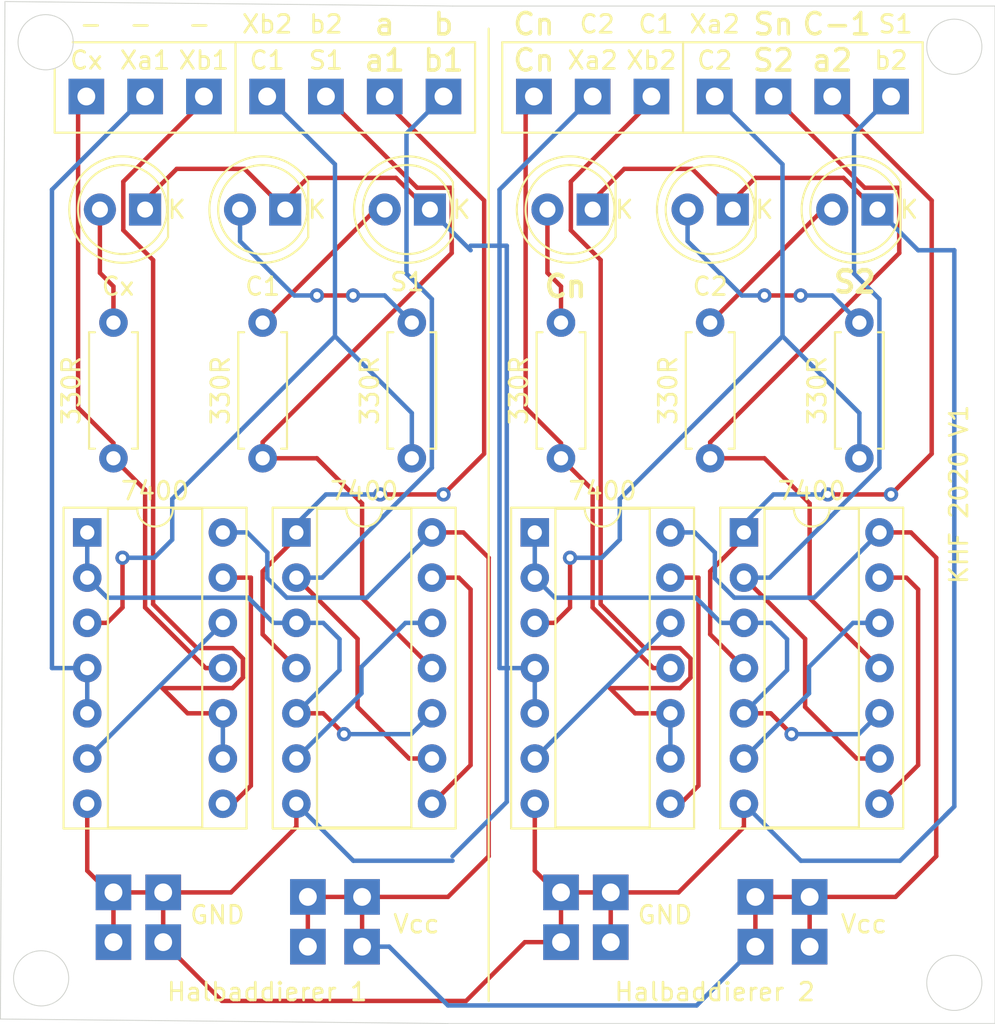
<source format=kicad_pcb>
(kicad_pcb (version 20171130) (host pcbnew "(5.1.6)-1")

  (general
    (thickness 1.6)
    (drawings 48)
    (tracks 318)
    (zones 0)
    (modules 46)
    (nets 1)
  )

  (page A4)
  (layers
    (0 F.Cu signal)
    (31 B.Cu signal)
    (32 B.Adhes user)
    (33 F.Adhes user)
    (34 B.Paste user)
    (35 F.Paste user)
    (36 B.SilkS user)
    (37 F.SilkS user)
    (38 B.Mask user)
    (39 F.Mask user)
    (40 Dwgs.User user)
    (41 Cmts.User user)
    (42 Eco1.User user)
    (43 Eco2.User user)
    (44 Edge.Cuts user)
    (45 Margin user)
    (46 B.CrtYd user)
    (47 F.CrtYd user)
    (48 B.Fab user)
    (49 F.Fab user)
  )

  (setup
    (last_trace_width 0.25)
    (trace_clearance 0.2)
    (zone_clearance 0.508)
    (zone_45_only no)
    (trace_min 0.2)
    (via_size 0.8)
    (via_drill 0.4)
    (via_min_size 0.4)
    (via_min_drill 0.3)
    (uvia_size 0.3)
    (uvia_drill 0.1)
    (uvias_allowed no)
    (uvia_min_size 0.2)
    (uvia_min_drill 0.1)
    (edge_width 0.05)
    (segment_width 0.2)
    (pcb_text_width 0.3)
    (pcb_text_size 1.5 1.5)
    (mod_edge_width 0.12)
    (mod_text_size 1 1)
    (mod_text_width 0.15)
    (pad_size 2 2)
    (pad_drill 1)
    (pad_to_mask_clearance 0.05)
    (aux_axis_origin 0 0)
    (visible_elements 7FFFFFFF)
    (pcbplotparams
      (layerselection 0x010fc_ffffffff)
      (usegerberextensions false)
      (usegerberattributes true)
      (usegerberadvancedattributes true)
      (creategerberjobfile true)
      (excludeedgelayer true)
      (linewidth 0.100000)
      (plotframeref false)
      (viasonmask false)
      (mode 1)
      (useauxorigin false)
      (hpglpennumber 1)
      (hpglpenspeed 20)
      (hpglpendiameter 15.000000)
      (psnegative false)
      (psa4output false)
      (plotreference true)
      (plotvalue true)
      (plotinvisibletext false)
      (padsonsilk false)
      (subtractmaskfromsilk false)
      (outputformat 1)
      (mirror false)
      (drillshape 0)
      (scaleselection 1)
      (outputdirectory "../../gerber/Volladierer/"))
  )

  (net 0 "")

  (net_class Default "This is the default net class."
    (clearance 0.2)
    (trace_width 0.25)
    (via_dia 0.8)
    (via_drill 0.4)
    (uvia_dia 0.3)
    (uvia_drill 0.1)
  )

  (module KHF_LIB:LP (layer F.Cu) (tedit 5FAEE082) (tstamp 5FAEE3C5)
    (at 169.418 159.766)
    (descr LP)
    (path /5FAFB47D)
    (fp_text reference Vcc (at 3.048 -1.27) (layer F.SilkS)
      (effects (font (size 1 1) (thickness 0.15)))
    )
    (fp_text value LP_A (at 2.54 -6) (layer F.Fab)
      (effects (font (size 1 1) (thickness 0.15)))
    )
    (pad 1 thru_hole rect (at 0 0) (size 2 2) (drill 1) (layers *.Cu *.Mask))
  )

  (module KHF_LIB:LP (layer F.Cu) (tedit 5FAEC076) (tstamp 5FAEE3C1)
    (at 166.37 159.766)
    (descr LP)
    (path /5FAFB47D)
    (fp_text reference Vcc (at 1.524 -1.524) (layer B.Fab)
      (effects (font (size 1 1) (thickness 0.15)))
    )
    (fp_text value LP_A (at 2.54 -6) (layer F.Fab)
      (effects (font (size 1 1) (thickness 0.15)))
    )
    (pad 1 thru_hole rect (at 0 0) (size 2 2) (drill 1) (layers *.Cu *.Mask))
  )

  (module KHF_LIB:LP (layer F.Cu) (tedit 5FAEC06A) (tstamp 5FAEE3BD)
    (at 166.37 156.972)
    (descr LP)
    (path /5FAFB47D)
    (fp_text reference Vcc (at 1.524 1.27) (layer B.Fab)
      (effects (font (size 1 1) (thickness 0.15)))
    )
    (fp_text value LP_A (at 2.54 -6) (layer F.Fab)
      (effects (font (size 1 1) (thickness 0.15)))
    )
    (pad 1 thru_hole rect (at 0 0) (size 2 2) (drill 1) (layers *.Cu *.Mask))
  )

  (module KHF_LIB:LP (layer F.Cu) (tedit 5FAEC091) (tstamp 5FAEE3B9)
    (at 158.242 156.718)
    (descr LP)
    (path /5FAFC178)
    (fp_text reference GND (at -1.27 1.27) (layer B.Fab)
      (effects (font (size 1 1) (thickness 0.15)))
    )
    (fp_text value LP_E (at 2.54 -6) (layer F.Fab)
      (effects (font (size 1 1) (thickness 0.15)))
    )
    (pad 1 thru_hole rect (at 0 0) (size 2 2) (drill 1) (layers *.Cu *.Mask))
  )

  (module KHF_LIB:LP (layer F.Cu) (tedit 5FAEC09C) (tstamp 5FAEE3B5)
    (at 158.242 159.512)
    (descr LP)
    (path /5FAFC178)
    (fp_text reference GND (at 3.048 -1.524) (layer F.SilkS)
      (effects (font (size 1 1) (thickness 0.15)))
    )
    (fp_text value LP_E (at 2.54 -6) (layer F.Fab)
      (effects (font (size 1 1) (thickness 0.15)))
    )
    (pad 1 thru_hole rect (at 0 0) (size 2 2) (drill 1) (layers *.Cu *.Mask))
  )

  (module KHF_LIB:LP (layer F.Cu) (tedit 5FAEC0A3) (tstamp 5FAEE3B1)
    (at 155.448 159.512)
    (descr LP)
    (path /5FAFC178)
    (fp_text reference GND (at 1.778 -2.794) (layer B.Fab)
      (effects (font (size 1 1) (thickness 0.15)))
    )
    (fp_text value LP_E (at 2.54 -6) (layer F.Fab)
      (effects (font (size 1 1) (thickness 0.15)))
    )
    (pad 1 thru_hole rect (at 0 0) (size 2 2) (drill 1) (layers *.Cu *.Mask))
  )

  (module KHF_LIB:LP (layer F.Cu) (tedit 5F413EAB) (tstamp 5FAEE318)
    (at 153.924 112.014)
    (descr LP)
    (path /5FB216E6)
    (fp_text reference Cx (at 0 -2.032) (layer F.SilkS)
      (effects (font (size 1 1) (thickness 0.15)))
    )
    (fp_text value LP_A (at 0.508 -4.572) (layer F.Fab)
      (effects (font (size 1 1) (thickness 0.15)))
    )
    (pad 1 thru_hole rect (at 0 0) (size 2 2) (drill 1) (layers *.Cu *.Mask))
  )

  (module KHF_LIB:LP (layer F.Cu) (tedit 5F413EAB) (tstamp 5FAEE300)
    (at 167.386 112.014)
    (descr LP)
    (path /5FB48FC5)
    (fp_text reference S1 (at 0 -2.032) (layer F.SilkS)
      (effects (font (size 1 1) (thickness 0.15)))
    )
    (fp_text value LP_E (at 1.524 -4.572) (layer F.Fab)
      (effects (font (size 1 1) (thickness 0.15)))
    )
    (pad 1 thru_hole rect (at 0 0) (size 2 2) (drill 1) (layers *.Cu *.Mask))
  )

  (module Package_DIP:DIP-14_W7.62mm_Socket (layer F.Cu) (tedit 5A02E8C5) (tstamp 5FAEE2D7)
    (at 153.975001 136.499001)
    (descr "14-lead though-hole mounted DIP package, row spacing 7.62 mm (300 mils), Socket")
    (tags "THT DIP DIL PDIP 2.54mm 7.62mm 300mil Socket")
    (path /5FB418E6)
    (fp_text reference 7400 (at 3.81 -2.33) (layer F.SilkS)
      (effects (font (size 1 1) (thickness 0.15)))
    )
    (fp_text value 74LS00 (at 3.81 17.57) (layer F.Fab)
      (effects (font (size 1 1) (thickness 0.15)))
    )
    (fp_line (start 9.15 -1.6) (end -1.55 -1.6) (layer F.CrtYd) (width 0.05))
    (fp_line (start 9.15 16.85) (end 9.15 -1.6) (layer F.CrtYd) (width 0.05))
    (fp_line (start -1.55 16.85) (end 9.15 16.85) (layer F.CrtYd) (width 0.05))
    (fp_line (start -1.55 -1.6) (end -1.55 16.85) (layer F.CrtYd) (width 0.05))
    (fp_line (start 8.95 -1.39) (end -1.33 -1.39) (layer F.SilkS) (width 0.12))
    (fp_line (start 8.95 16.63) (end 8.95 -1.39) (layer F.SilkS) (width 0.12))
    (fp_line (start -1.33 16.63) (end 8.95 16.63) (layer F.SilkS) (width 0.12))
    (fp_line (start -1.33 -1.39) (end -1.33 16.63) (layer F.SilkS) (width 0.12))
    (fp_line (start 6.46 -1.33) (end 4.81 -1.33) (layer F.SilkS) (width 0.12))
    (fp_line (start 6.46 16.57) (end 6.46 -1.33) (layer F.SilkS) (width 0.12))
    (fp_line (start 1.16 16.57) (end 6.46 16.57) (layer F.SilkS) (width 0.12))
    (fp_line (start 1.16 -1.33) (end 1.16 16.57) (layer F.SilkS) (width 0.12))
    (fp_line (start 2.81 -1.33) (end 1.16 -1.33) (layer F.SilkS) (width 0.12))
    (fp_line (start 8.89 -1.33) (end -1.27 -1.33) (layer F.Fab) (width 0.1))
    (fp_line (start 8.89 16.57) (end 8.89 -1.33) (layer F.Fab) (width 0.1))
    (fp_line (start -1.27 16.57) (end 8.89 16.57) (layer F.Fab) (width 0.1))
    (fp_line (start -1.27 -1.33) (end -1.27 16.57) (layer F.Fab) (width 0.1))
    (fp_line (start 0.635 -0.27) (end 1.635 -1.27) (layer F.Fab) (width 0.1))
    (fp_line (start 0.635 16.51) (end 0.635 -0.27) (layer F.Fab) (width 0.1))
    (fp_line (start 6.985 16.51) (end 0.635 16.51) (layer F.Fab) (width 0.1))
    (fp_line (start 6.985 -1.27) (end 6.985 16.51) (layer F.Fab) (width 0.1))
    (fp_line (start 1.635 -1.27) (end 6.985 -1.27) (layer F.Fab) (width 0.1))
    (fp_text user %R (at 3.81 7.62) (layer F.Fab)
      (effects (font (size 1 1) (thickness 0.15)))
    )
    (fp_arc (start 3.81 -1.33) (end 2.81 -1.33) (angle -180) (layer F.SilkS) (width 0.12))
    (pad 14 thru_hole oval (at 7.62 0) (size 1.6 1.6) (drill 0.8) (layers *.Cu *.Mask))
    (pad 7 thru_hole oval (at 0 15.24) (size 1.6 1.6) (drill 0.8) (layers *.Cu *.Mask))
    (pad 13 thru_hole oval (at 7.62 2.54) (size 1.6 1.6) (drill 0.8) (layers *.Cu *.Mask))
    (pad 6 thru_hole oval (at 0 12.7) (size 1.6 1.6) (drill 0.8) (layers *.Cu *.Mask))
    (pad 12 thru_hole oval (at 7.62 5.08) (size 1.6 1.6) (drill 0.8) (layers *.Cu *.Mask))
    (pad 5 thru_hole oval (at 0 10.16) (size 1.6 1.6) (drill 0.8) (layers *.Cu *.Mask))
    (pad 11 thru_hole oval (at 7.62 7.62) (size 1.6 1.6) (drill 0.8) (layers *.Cu *.Mask))
    (pad 4 thru_hole oval (at 0 7.62) (size 1.6 1.6) (drill 0.8) (layers *.Cu *.Mask))
    (pad 10 thru_hole oval (at 7.62 10.16) (size 1.6 1.6) (drill 0.8) (layers *.Cu *.Mask))
    (pad 3 thru_hole oval (at 0 5.08) (size 1.6 1.6) (drill 0.8) (layers *.Cu *.Mask))
    (pad 9 thru_hole oval (at 7.62 12.7) (size 1.6 1.6) (drill 0.8) (layers *.Cu *.Mask))
    (pad 2 thru_hole oval (at 0 2.54) (size 1.6 1.6) (drill 0.8) (layers *.Cu *.Mask))
    (pad 8 thru_hole oval (at 7.62 15.24) (size 1.6 1.6) (drill 0.8) (layers *.Cu *.Mask))
    (pad 1 thru_hole rect (at 0 0) (size 1.6 1.6) (drill 0.8) (layers *.Cu *.Mask))
    (model ${KISYS3DMOD}/Package_DIP.3dshapes/DIP-14_W7.62mm_Socket.wrl
      (at (xyz 0 0 0))
      (scale (xyz 1 1 1))
      (rotate (xyz 0 0 0))
    )
  )

  (module KHF_LIB:LP (layer F.Cu) (tedit 5F413EAB) (tstamp 5FAEE2D3)
    (at 157.226 112.014)
    (descr LP)
    (path /5FB5EFA9)
    (fp_text reference Xa1 (at 0 -2.032) (layer F.SilkS)
      (effects (font (size 1 1) (thickness 0.15)))
    )
    (fp_text value LP_E (at 1.016 -4.572) (layer F.Fab)
      (effects (font (size 1 1) (thickness 0.15)))
    )
    (pad 1 thru_hole rect (at 0 0) (size 2 2) (drill 1) (layers *.Cu *.Mask))
  )

  (module KHF_LIB:LP (layer F.Cu) (tedit 5F413EAB) (tstamp 5FAEE2CF)
    (at 160.528 112.014)
    (descr LP)
    (path /5FB5EFA3)
    (fp_text reference Xb1 (at 0 -2.032) (layer F.SilkS)
      (effects (font (size 1 1) (thickness 0.15)))
    )
    (fp_text value LP_E (at 1.27 -4.572) (layer F.Fab)
      (effects (font (size 1 1) (thickness 0.15)))
    )
    (pad 1 thru_hole rect (at 0 0) (size 2 2) (drill 1) (layers *.Cu *.Mask))
  )

  (module Resistor_THT:R_Axial_DIN0207_L6.3mm_D2.5mm_P7.62mm_Horizontal (layer F.Cu) (tedit 5AE5139B) (tstamp 5FAEE2B9)
    (at 172.212 132.334 90)
    (descr "Resistor, Axial_DIN0207 series, Axial, Horizontal, pin pitch=7.62mm, 0.25W = 1/4W, length*diameter=6.3*2.5mm^2, http://cdn-reichelt.de/documents/datenblatt/B400/1_4W%23YAG.pdf")
    (tags "Resistor Axial_DIN0207 series Axial Horizontal pin pitch 7.62mm 0.25W = 1/4W length 6.3mm diameter 2.5mm")
    (path /5FB86EF9)
    (fp_text reference 330R (at 3.81 -2.37 90) (layer F.SilkS)
      (effects (font (size 1 1) (thickness 0.15)))
    )
    (fp_text value R (at 3.81 2.37 90) (layer F.Fab)
      (effects (font (size 1 1) (thickness 0.15)))
    )
    (fp_line (start 0.66 -1.25) (end 0.66 1.25) (layer F.Fab) (width 0.1))
    (fp_line (start 0.66 1.25) (end 6.96 1.25) (layer F.Fab) (width 0.1))
    (fp_line (start 6.96 1.25) (end 6.96 -1.25) (layer F.Fab) (width 0.1))
    (fp_line (start 6.96 -1.25) (end 0.66 -1.25) (layer F.Fab) (width 0.1))
    (fp_line (start 0 0) (end 0.66 0) (layer F.Fab) (width 0.1))
    (fp_line (start 7.62 0) (end 6.96 0) (layer F.Fab) (width 0.1))
    (fp_line (start 0.54 -1.04) (end 0.54 -1.37) (layer F.SilkS) (width 0.12))
    (fp_line (start 0.54 -1.37) (end 7.08 -1.37) (layer F.SilkS) (width 0.12))
    (fp_line (start 7.08 -1.37) (end 7.08 -1.04) (layer F.SilkS) (width 0.12))
    (fp_line (start 0.54 1.04) (end 0.54 1.37) (layer F.SilkS) (width 0.12))
    (fp_line (start 0.54 1.37) (end 7.08 1.37) (layer F.SilkS) (width 0.12))
    (fp_line (start 7.08 1.37) (end 7.08 1.04) (layer F.SilkS) (width 0.12))
    (fp_line (start -1.05 -1.5) (end -1.05 1.5) (layer F.CrtYd) (width 0.05))
    (fp_line (start -1.05 1.5) (end 8.67 1.5) (layer F.CrtYd) (width 0.05))
    (fp_line (start 8.67 1.5) (end 8.67 -1.5) (layer F.CrtYd) (width 0.05))
    (fp_line (start 8.67 -1.5) (end -1.05 -1.5) (layer F.CrtYd) (width 0.05))
    (fp_text user %R (at 3.81 0 90) (layer F.Fab)
      (effects (font (size 1 1) (thickness 0.15)))
    )
    (pad 1 thru_hole circle (at 0 0 90) (size 1.6 1.6) (drill 0.8) (layers *.Cu *.Mask))
    (pad 2 thru_hole oval (at 7.62 0 90) (size 1.6 1.6) (drill 0.8) (layers *.Cu *.Mask))
    (model ${KISYS3DMOD}/Resistor_THT.3dshapes/R_Axial_DIN0207_L6.3mm_D2.5mm_P7.62mm_Horizontal.wrl
      (at (xyz 0 0 0))
      (scale (xyz 1 1 1))
      (rotate (xyz 0 0 0))
    )
  )

  (module LED_THT:LED_D5.0mm (layer F.Cu) (tedit 5995936A) (tstamp 5FAEE2A8)
    (at 173.228 118.364 180)
    (descr "LED, diameter 5.0mm, 2 pins, http://cdn-reichelt.de/documents/datenblatt/A500/LL-504BC2E-009.pdf")
    (tags "LED diameter 5.0mm 2 pins")
    (path /5FB82DFC)
    (fp_text reference K (at -1.778 0) (layer F.SilkS)
      (effects (font (size 1 1) (thickness 0.15)))
    )
    (fp_text value LED (at 1.27 3.96) (layer F.Fab)
      (effects (font (size 1 1) (thickness 0.15)))
    )
    (fp_line (start 4.5 -3.25) (end -1.95 -3.25) (layer F.CrtYd) (width 0.05))
    (fp_line (start 4.5 3.25) (end 4.5 -3.25) (layer F.CrtYd) (width 0.05))
    (fp_line (start -1.95 3.25) (end 4.5 3.25) (layer F.CrtYd) (width 0.05))
    (fp_line (start -1.95 -3.25) (end -1.95 3.25) (layer F.CrtYd) (width 0.05))
    (fp_line (start -1.29 -1.545) (end -1.29 1.545) (layer F.SilkS) (width 0.12))
    (fp_line (start -1.23 -1.469694) (end -1.23 1.469694) (layer F.Fab) (width 0.1))
    (fp_circle (center 1.27 0) (end 3.77 0) (layer F.SilkS) (width 0.12))
    (fp_circle (center 1.27 0) (end 3.77 0) (layer F.Fab) (width 0.1))
    (fp_text user %R (at 1.25 0) (layer F.Fab)
      (effects (font (size 0.8 0.8) (thickness 0.2)))
    )
    (fp_arc (start 1.27 0) (end -1.29 1.54483) (angle -148.9) (layer F.SilkS) (width 0.12))
    (fp_arc (start 1.27 0) (end -1.29 -1.54483) (angle 148.9) (layer F.SilkS) (width 0.12))
    (fp_arc (start 1.27 0) (end -1.23 -1.469694) (angle 299.1) (layer F.Fab) (width 0.1))
    (pad 2 thru_hole circle (at 2.54 0 180) (size 1.8 1.8) (drill 0.9) (layers *.Cu *.Mask))
    (pad 1 thru_hole rect (at 0 0 180) (size 1.8 1.8) (drill 0.9) (layers *.Cu *.Mask))
    (model ${KISYS3DMOD}/LED_THT.3dshapes/LED_D5.0mm.wrl
      (at (xyz 0 0 0))
      (scale (xyz 1 1 1))
      (rotate (xyz 0 0 0))
    )
  )

  (module Package_DIP:DIP-14_W7.62mm_Socket (layer F.Cu) (tedit 5A02E8C5) (tstamp 5FAEE27F)
    (at 165.725001 136.499001)
    (descr "14-lead though-hole mounted DIP package, row spacing 7.62 mm (300 mils), Socket")
    (tags "THT DIP DIL PDIP 2.54mm 7.62mm 300mil Socket")
    (path /5FAE52AA)
    (fp_text reference 7400 (at 3.81 -2.33) (layer F.SilkS)
      (effects (font (size 1 1) (thickness 0.15)))
    )
    (fp_text value 74LS00 (at 3.81 17.57) (layer F.Fab)
      (effects (font (size 1 1) (thickness 0.15)))
    )
    (fp_line (start 1.635 -1.27) (end 6.985 -1.27) (layer F.Fab) (width 0.1))
    (fp_line (start 6.985 -1.27) (end 6.985 16.51) (layer F.Fab) (width 0.1))
    (fp_line (start 6.985 16.51) (end 0.635 16.51) (layer F.Fab) (width 0.1))
    (fp_line (start 0.635 16.51) (end 0.635 -0.27) (layer F.Fab) (width 0.1))
    (fp_line (start 0.635 -0.27) (end 1.635 -1.27) (layer F.Fab) (width 0.1))
    (fp_line (start -1.27 -1.33) (end -1.27 16.57) (layer F.Fab) (width 0.1))
    (fp_line (start -1.27 16.57) (end 8.89 16.57) (layer F.Fab) (width 0.1))
    (fp_line (start 8.89 16.57) (end 8.89 -1.33) (layer F.Fab) (width 0.1))
    (fp_line (start 8.89 -1.33) (end -1.27 -1.33) (layer F.Fab) (width 0.1))
    (fp_line (start 2.81 -1.33) (end 1.16 -1.33) (layer F.SilkS) (width 0.12))
    (fp_line (start 1.16 -1.33) (end 1.16 16.57) (layer F.SilkS) (width 0.12))
    (fp_line (start 1.16 16.57) (end 6.46 16.57) (layer F.SilkS) (width 0.12))
    (fp_line (start 6.46 16.57) (end 6.46 -1.33) (layer F.SilkS) (width 0.12))
    (fp_line (start 6.46 -1.33) (end 4.81 -1.33) (layer F.SilkS) (width 0.12))
    (fp_line (start -1.33 -1.39) (end -1.33 16.63) (layer F.SilkS) (width 0.12))
    (fp_line (start -1.33 16.63) (end 8.95 16.63) (layer F.SilkS) (width 0.12))
    (fp_line (start 8.95 16.63) (end 8.95 -1.39) (layer F.SilkS) (width 0.12))
    (fp_line (start 8.95 -1.39) (end -1.33 -1.39) (layer F.SilkS) (width 0.12))
    (fp_line (start -1.55 -1.6) (end -1.55 16.85) (layer F.CrtYd) (width 0.05))
    (fp_line (start -1.55 16.85) (end 9.15 16.85) (layer F.CrtYd) (width 0.05))
    (fp_line (start 9.15 16.85) (end 9.15 -1.6) (layer F.CrtYd) (width 0.05))
    (fp_line (start 9.15 -1.6) (end -1.55 -1.6) (layer F.CrtYd) (width 0.05))
    (fp_arc (start 3.81 -1.33) (end 2.81 -1.33) (angle -180) (layer F.SilkS) (width 0.12))
    (fp_text user %R (at 3.81 7.62) (layer F.Fab)
      (effects (font (size 1 1) (thickness 0.15)))
    )
    (pad 1 thru_hole rect (at 0 0) (size 1.6 1.6) (drill 0.8) (layers *.Cu *.Mask))
    (pad 8 thru_hole oval (at 7.62 15.24) (size 1.6 1.6) (drill 0.8) (layers *.Cu *.Mask))
    (pad 2 thru_hole oval (at 0 2.54) (size 1.6 1.6) (drill 0.8) (layers *.Cu *.Mask))
    (pad 9 thru_hole oval (at 7.62 12.7) (size 1.6 1.6) (drill 0.8) (layers *.Cu *.Mask))
    (pad 3 thru_hole oval (at 0 5.08) (size 1.6 1.6) (drill 0.8) (layers *.Cu *.Mask))
    (pad 10 thru_hole oval (at 7.62 10.16) (size 1.6 1.6) (drill 0.8) (layers *.Cu *.Mask))
    (pad 4 thru_hole oval (at 0 7.62) (size 1.6 1.6) (drill 0.8) (layers *.Cu *.Mask))
    (pad 11 thru_hole oval (at 7.62 7.62) (size 1.6 1.6) (drill 0.8) (layers *.Cu *.Mask))
    (pad 5 thru_hole oval (at 0 10.16) (size 1.6 1.6) (drill 0.8) (layers *.Cu *.Mask))
    (pad 12 thru_hole oval (at 7.62 5.08) (size 1.6 1.6) (drill 0.8) (layers *.Cu *.Mask))
    (pad 6 thru_hole oval (at 0 12.7) (size 1.6 1.6) (drill 0.8) (layers *.Cu *.Mask))
    (pad 13 thru_hole oval (at 7.62 2.54) (size 1.6 1.6) (drill 0.8) (layers *.Cu *.Mask))
    (pad 7 thru_hole oval (at 0 15.24) (size 1.6 1.6) (drill 0.8) (layers *.Cu *.Mask))
    (pad 14 thru_hole oval (at 7.62 0) (size 1.6 1.6) (drill 0.8) (layers *.Cu *.Mask))
    (model ${KISYS3DMOD}/Package_DIP.3dshapes/DIP-14_W7.62mm_Socket.wrl
      (at (xyz 0 0 0))
      (scale (xyz 1 1 1))
      (rotate (xyz 0 0 0))
    )
  )

  (module KHF_LIB:LP (layer F.Cu) (tedit 5F413EAB) (tstamp 5FAEE27B)
    (at 169.418 156.972)
    (descr LP)
    (path /5FAFB47D)
    (fp_text reference Vcc (at -1.524 1.27) (layer B.Fab)
      (effects (font (size 1 1) (thickness 0.15)))
    )
    (fp_text value LP_A (at 2.54 -6) (layer F.Fab)
      (effects (font (size 1 1) (thickness 0.15)))
    )
    (pad 1 thru_hole rect (at 0 0) (size 2 2) (drill 1) (layers *.Cu *.Mask))
  )

  (module KHF_LIB:LP (layer F.Cu) (tedit 5F413EAB) (tstamp 5FAEE277)
    (at 173.99 112.014)
    (descr LP)
    (path /5FB211D8)
    (fp_text reference b1 (at 0 -2.032) (layer F.SilkS)
      (effects (font (size 1.2 1.2) (thickness 0.2)))
    )
    (fp_text value LP_E (at -1.27 -4.572) (layer F.Fab)
      (effects (font (size 1 1) (thickness 0.15)))
    )
    (pad 1 thru_hole rect (at 0 0) (size 2 2) (drill 1) (layers *.Cu *.Mask))
  )

  (module KHF_LIB:LP (layer F.Cu) (tedit 5F413EAB) (tstamp 5FAEE273)
    (at 170.688 112.014)
    (descr LP)
    (path /5FB493DC)
    (fp_text reference a1 (at 0 -2.032) (layer F.SilkS)
      (effects (font (size 1.2 1.2) (thickness 0.2)))
    )
    (fp_text value LP_E (at 1.524 -4.572) (layer F.Fab)
      (effects (font (size 1 1) (thickness 0.15)))
    )
    (pad 1 thru_hole rect (at 0 0) (size 2 2) (drill 1) (layers *.Cu *.Mask))
  )

  (module Resistor_THT:R_Axial_DIN0207_L6.3mm_D2.5mm_P7.62mm_Horizontal (layer F.Cu) (tedit 5AE5139B) (tstamp 5FAEE25D)
    (at 155.448 132.334 90)
    (descr "Resistor, Axial_DIN0207 series, Axial, Horizontal, pin pitch=7.62mm, 0.25W = 1/4W, length*diameter=6.3*2.5mm^2, http://cdn-reichelt.de/documents/datenblatt/B400/1_4W%23YAG.pdf")
    (tags "Resistor Axial_DIN0207 series Axial Horizontal pin pitch 7.62mm 0.25W = 1/4W length 6.3mm diameter 2.5mm")
    (path /5FB879BB)
    (fp_text reference 330R (at 3.81 -2.37 90) (layer F.SilkS)
      (effects (font (size 1 1) (thickness 0.15)))
    )
    (fp_text value R (at 3.81 2.37 90) (layer F.Fab)
      (effects (font (size 1 1) (thickness 0.15)))
    )
    (fp_line (start 8.67 -1.5) (end -1.05 -1.5) (layer F.CrtYd) (width 0.05))
    (fp_line (start 8.67 1.5) (end 8.67 -1.5) (layer F.CrtYd) (width 0.05))
    (fp_line (start -1.05 1.5) (end 8.67 1.5) (layer F.CrtYd) (width 0.05))
    (fp_line (start -1.05 -1.5) (end -1.05 1.5) (layer F.CrtYd) (width 0.05))
    (fp_line (start 7.08 1.37) (end 7.08 1.04) (layer F.SilkS) (width 0.12))
    (fp_line (start 0.54 1.37) (end 7.08 1.37) (layer F.SilkS) (width 0.12))
    (fp_line (start 0.54 1.04) (end 0.54 1.37) (layer F.SilkS) (width 0.12))
    (fp_line (start 7.08 -1.37) (end 7.08 -1.04) (layer F.SilkS) (width 0.12))
    (fp_line (start 0.54 -1.37) (end 7.08 -1.37) (layer F.SilkS) (width 0.12))
    (fp_line (start 0.54 -1.04) (end 0.54 -1.37) (layer F.SilkS) (width 0.12))
    (fp_line (start 7.62 0) (end 6.96 0) (layer F.Fab) (width 0.1))
    (fp_line (start 0 0) (end 0.66 0) (layer F.Fab) (width 0.1))
    (fp_line (start 6.96 -1.25) (end 0.66 -1.25) (layer F.Fab) (width 0.1))
    (fp_line (start 6.96 1.25) (end 6.96 -1.25) (layer F.Fab) (width 0.1))
    (fp_line (start 0.66 1.25) (end 6.96 1.25) (layer F.Fab) (width 0.1))
    (fp_line (start 0.66 -1.25) (end 0.66 1.25) (layer F.Fab) (width 0.1))
    (fp_text user %R (at 3.81 0 90) (layer F.Fab)
      (effects (font (size 1 1) (thickness 0.15)))
    )
    (pad 2 thru_hole oval (at 7.62 0 90) (size 1.6 1.6) (drill 0.8) (layers *.Cu *.Mask))
    (pad 1 thru_hole circle (at 0 0 90) (size 1.6 1.6) (drill 0.8) (layers *.Cu *.Mask))
    (model ${KISYS3DMOD}/Resistor_THT.3dshapes/R_Axial_DIN0207_L6.3mm_D2.5mm_P7.62mm_Horizontal.wrl
      (at (xyz 0 0 0))
      (scale (xyz 1 1 1))
      (rotate (xyz 0 0 0))
    )
  )

  (module Resistor_THT:R_Axial_DIN0207_L6.3mm_D2.5mm_P7.62mm_Horizontal (layer F.Cu) (tedit 5AE5139B) (tstamp 5FAEE247)
    (at 163.83 132.334 90)
    (descr "Resistor, Axial_DIN0207 series, Axial, Horizontal, pin pitch=7.62mm, 0.25W = 1/4W, length*diameter=6.3*2.5mm^2, http://cdn-reichelt.de/documents/datenblatt/B400/1_4W%23YAG.pdf")
    (tags "Resistor Axial_DIN0207 series Axial Horizontal pin pitch 7.62mm 0.25W = 1/4W length 6.3mm diameter 2.5mm")
    (path /5FB85D9E)
    (fp_text reference 330R (at 3.81 -2.37 90) (layer F.SilkS)
      (effects (font (size 1 1) (thickness 0.15)))
    )
    (fp_text value R (at 3.81 2.37 90) (layer F.Fab)
      (effects (font (size 1 1) (thickness 0.15)))
    )
    (fp_line (start 8.67 -1.5) (end -1.05 -1.5) (layer F.CrtYd) (width 0.05))
    (fp_line (start 8.67 1.5) (end 8.67 -1.5) (layer F.CrtYd) (width 0.05))
    (fp_line (start -1.05 1.5) (end 8.67 1.5) (layer F.CrtYd) (width 0.05))
    (fp_line (start -1.05 -1.5) (end -1.05 1.5) (layer F.CrtYd) (width 0.05))
    (fp_line (start 7.08 1.37) (end 7.08 1.04) (layer F.SilkS) (width 0.12))
    (fp_line (start 0.54 1.37) (end 7.08 1.37) (layer F.SilkS) (width 0.12))
    (fp_line (start 0.54 1.04) (end 0.54 1.37) (layer F.SilkS) (width 0.12))
    (fp_line (start 7.08 -1.37) (end 7.08 -1.04) (layer F.SilkS) (width 0.12))
    (fp_line (start 0.54 -1.37) (end 7.08 -1.37) (layer F.SilkS) (width 0.12))
    (fp_line (start 0.54 -1.04) (end 0.54 -1.37) (layer F.SilkS) (width 0.12))
    (fp_line (start 7.62 0) (end 6.96 0) (layer F.Fab) (width 0.1))
    (fp_line (start 0 0) (end 0.66 0) (layer F.Fab) (width 0.1))
    (fp_line (start 6.96 -1.25) (end 0.66 -1.25) (layer F.Fab) (width 0.1))
    (fp_line (start 6.96 1.25) (end 6.96 -1.25) (layer F.Fab) (width 0.1))
    (fp_line (start 0.66 1.25) (end 6.96 1.25) (layer F.Fab) (width 0.1))
    (fp_line (start 0.66 -1.25) (end 0.66 1.25) (layer F.Fab) (width 0.1))
    (fp_text user %R (at 3.81 0 90) (layer F.Fab)
      (effects (font (size 1 1) (thickness 0.15)))
    )
    (pad 2 thru_hole oval (at 7.62 0 90) (size 1.6 1.6) (drill 0.8) (layers *.Cu *.Mask))
    (pad 1 thru_hole circle (at 0 0 90) (size 1.6 1.6) (drill 0.8) (layers *.Cu *.Mask))
    (model ${KISYS3DMOD}/Resistor_THT.3dshapes/R_Axial_DIN0207_L6.3mm_D2.5mm_P7.62mm_Horizontal.wrl
      (at (xyz 0 0 0))
      (scale (xyz 1 1 1))
      (rotate (xyz 0 0 0))
    )
  )

  (module LED_THT:LED_D5.0mm (layer F.Cu) (tedit 5995936A) (tstamp 5FAEE236)
    (at 165.1 118.364 180)
    (descr "LED, diameter 5.0mm, 2 pins, http://cdn-reichelt.de/documents/datenblatt/A500/LL-504BC2E-009.pdf")
    (tags "LED diameter 5.0mm 2 pins")
    (path /5FB84889)
    (fp_text reference K (at -1.778 0) (layer F.SilkS)
      (effects (font (size 1 1) (thickness 0.15)))
    )
    (fp_text value LED (at 1.27 3.96) (layer F.Fab)
      (effects (font (size 1 1) (thickness 0.15)))
    )
    (fp_circle (center 1.27 0) (end 3.77 0) (layer F.Fab) (width 0.1))
    (fp_circle (center 1.27 0) (end 3.77 0) (layer F.SilkS) (width 0.12))
    (fp_line (start -1.23 -1.469694) (end -1.23 1.469694) (layer F.Fab) (width 0.1))
    (fp_line (start -1.29 -1.545) (end -1.29 1.545) (layer F.SilkS) (width 0.12))
    (fp_line (start -1.95 -3.25) (end -1.95 3.25) (layer F.CrtYd) (width 0.05))
    (fp_line (start -1.95 3.25) (end 4.5 3.25) (layer F.CrtYd) (width 0.05))
    (fp_line (start 4.5 3.25) (end 4.5 -3.25) (layer F.CrtYd) (width 0.05))
    (fp_line (start 4.5 -3.25) (end -1.95 -3.25) (layer F.CrtYd) (width 0.05))
    (fp_arc (start 1.27 0) (end -1.23 -1.469694) (angle 299.1) (layer F.Fab) (width 0.1))
    (fp_arc (start 1.27 0) (end -1.29 -1.54483) (angle 148.9) (layer F.SilkS) (width 0.12))
    (fp_arc (start 1.27 0) (end -1.29 1.54483) (angle -148.9) (layer F.SilkS) (width 0.12))
    (fp_text user %R (at 1.25 0) (layer F.Fab)
      (effects (font (size 0.8 0.8) (thickness 0.2)))
    )
    (pad 1 thru_hole rect (at 0 0 180) (size 1.8 1.8) (drill 0.9) (layers *.Cu *.Mask))
    (pad 2 thru_hole circle (at 2.54 0 180) (size 1.8 1.8) (drill 0.9) (layers *.Cu *.Mask))
    (model ${KISYS3DMOD}/LED_THT.3dshapes/LED_D5.0mm.wrl
      (at (xyz 0 0 0))
      (scale (xyz 1 1 1))
      (rotate (xyz 0 0 0))
    )
  )

  (module KHF_LIB:LP (layer F.Cu) (tedit 5F413EAB) (tstamp 5FAEE232)
    (at 164.084 112.014)
    (descr LP)
    (path /5FB49169)
    (fp_text reference C1 (at 0 -2.032) (layer F.SilkS)
      (effects (font (size 1 1) (thickness 0.15)))
    )
    (fp_text value LP_E (at 1.27 -4.572) (layer F.Fab)
      (effects (font (size 1 1) (thickness 0.15)))
    )
    (pad 1 thru_hole rect (at 0 0) (size 2 2) (drill 1) (layers *.Cu *.Mask))
  )

  (module LED_THT:LED_D5.0mm (layer F.Cu) (tedit 5995936A) (tstamp 5FAEE221)
    (at 157.226 118.364 180)
    (descr "LED, diameter 5.0mm, 2 pins, http://cdn-reichelt.de/documents/datenblatt/A500/LL-504BC2E-009.pdf")
    (tags "LED diameter 5.0mm 2 pins")
    (path /5FB85774)
    (fp_text reference K (at -1.778 0) (layer F.SilkS)
      (effects (font (size 1 1) (thickness 0.15)))
    )
    (fp_text value LED (at 1.27 3.96) (layer F.Fab)
      (effects (font (size 1 1) (thickness 0.15)))
    )
    (fp_line (start 4.5 -3.25) (end -1.95 -3.25) (layer F.CrtYd) (width 0.05))
    (fp_line (start 4.5 3.25) (end 4.5 -3.25) (layer F.CrtYd) (width 0.05))
    (fp_line (start -1.95 3.25) (end 4.5 3.25) (layer F.CrtYd) (width 0.05))
    (fp_line (start -1.95 -3.25) (end -1.95 3.25) (layer F.CrtYd) (width 0.05))
    (fp_line (start -1.29 -1.545) (end -1.29 1.545) (layer F.SilkS) (width 0.12))
    (fp_line (start -1.23 -1.469694) (end -1.23 1.469694) (layer F.Fab) (width 0.1))
    (fp_circle (center 1.27 0) (end 3.77 0) (layer F.SilkS) (width 0.12))
    (fp_circle (center 1.27 0) (end 3.77 0) (layer F.Fab) (width 0.1))
    (fp_text user %R (at 1.25 0) (layer F.Fab)
      (effects (font (size 0.8 0.8) (thickness 0.2)))
    )
    (fp_arc (start 1.27 0) (end -1.29 1.54483) (angle -148.9) (layer F.SilkS) (width 0.12))
    (fp_arc (start 1.27 0) (end -1.29 -1.54483) (angle 148.9) (layer F.SilkS) (width 0.12))
    (fp_arc (start 1.27 0) (end -1.23 -1.469694) (angle 299.1) (layer F.Fab) (width 0.1))
    (pad 2 thru_hole circle (at 2.54 0 180) (size 1.8 1.8) (drill 0.9) (layers *.Cu *.Mask))
    (pad 1 thru_hole rect (at 0 0 180) (size 1.8 1.8) (drill 0.9) (layers *.Cu *.Mask))
    (model ${KISYS3DMOD}/LED_THT.3dshapes/LED_D5.0mm.wrl
      (at (xyz 0 0 0))
      (scale (xyz 1 1 1))
      (rotate (xyz 0 0 0))
    )
  )

  (module KHF_LIB:LP (layer F.Cu) (tedit 5F413EAB) (tstamp 5FAEE21D)
    (at 155.448 156.718)
    (descr LP)
    (path /5FAFC178)
    (fp_text reference GND (at 1.524 1.27) (layer B.Fab)
      (effects (font (size 1 1) (thickness 0.15)))
    )
    (fp_text value LP_E (at 2.54 -6) (layer F.Fab)
      (effects (font (size 1 1) (thickness 0.15)))
    )
    (pad 1 thru_hole rect (at 0 0) (size 2 2) (drill 1) (layers *.Cu *.Mask))
  )

  (module KHF_LIB:LP (layer F.Cu) (tedit 5FAEC080) (tstamp 5FAEDD66)
    (at 194.564 159.766)
    (descr LP)
    (path /5FAFB47D)
    (fp_text reference Vcc (at 3.048 -1.27) (layer F.SilkS)
      (effects (font (size 1 1) (thickness 0.15)))
    )
    (fp_text value LP_A (at 2.54 -6) (layer F.Fab)
      (effects (font (size 1 1) (thickness 0.15)))
    )
    (pad 1 thru_hole rect (at 0 0) (size 2 2) (drill 1) (layers *.Cu *.Mask))
  )

  (module KHF_LIB:LP (layer F.Cu) (tedit 5FAEC076) (tstamp 5FAEDD62)
    (at 191.516 159.766)
    (descr LP)
    (path /5FAFB47D)
    (fp_text reference Vcc (at 1.524 -1.524) (layer B.Fab)
      (effects (font (size 1 1) (thickness 0.15)))
    )
    (fp_text value LP_A (at 2.54 -6) (layer F.Fab)
      (effects (font (size 1 1) (thickness 0.15)))
    )
    (pad 1 thru_hole rect (at 0 0) (size 2 2) (drill 1) (layers *.Cu *.Mask))
  )

  (module KHF_LIB:LP (layer F.Cu) (tedit 5FAEC06A) (tstamp 5FAEDD5E)
    (at 191.516 156.972)
    (descr LP)
    (path /5FAFB47D)
    (fp_text reference Vcc (at 1.524 1.27) (layer B.Fab)
      (effects (font (size 1 1) (thickness 0.15)))
    )
    (fp_text value LP_A (at 2.54 -6) (layer F.Fab)
      (effects (font (size 1 1) (thickness 0.15)))
    )
    (pad 1 thru_hole rect (at 0 0) (size 2 2) (drill 1) (layers *.Cu *.Mask))
  )

  (module KHF_LIB:LP (layer F.Cu) (tedit 5FAEC091) (tstamp 5FAEDD5A)
    (at 183.388 156.718)
    (descr LP)
    (path /5FAFC178)
    (fp_text reference GND (at -1.27 1.27) (layer B.Fab)
      (effects (font (size 1 1) (thickness 0.15)))
    )
    (fp_text value LP_E (at 2.54 -6) (layer F.Fab)
      (effects (font (size 1 1) (thickness 0.15)))
    )
    (pad 1 thru_hole rect (at 0 0) (size 2 2) (drill 1) (layers *.Cu *.Mask))
  )

  (module KHF_LIB:LP (layer F.Cu) (tedit 5FAEC09C) (tstamp 5FAEDD56)
    (at 183.388 159.512)
    (descr LP)
    (path /5FAFC178)
    (fp_text reference GND (at 3.048 -1.524) (layer F.SilkS)
      (effects (font (size 1 1) (thickness 0.15)))
    )
    (fp_text value LP_E (at 2.54 -6) (layer F.Fab)
      (effects (font (size 1 1) (thickness 0.15)))
    )
    (pad 1 thru_hole rect (at 0 0) (size 2 2) (drill 1) (layers *.Cu *.Mask))
  )

  (module KHF_LIB:LP (layer F.Cu) (tedit 5FAEC0A3) (tstamp 5FAEDD52)
    (at 180.594 159.512)
    (descr LP)
    (path /5FAFC178)
    (fp_text reference GND (at 1.778 -2.794) (layer B.Fab)
      (effects (font (size 1 1) (thickness 0.15)))
    )
    (fp_text value LP_E (at 2.54 -6) (layer F.Fab)
      (effects (font (size 1 1) (thickness 0.15)))
    )
    (pad 1 thru_hole rect (at 0 0) (size 2 2) (drill 1) (layers *.Cu *.Mask))
  )

  (module KHF_LIB:LP (layer F.Cu) (tedit 5F413EAB) (tstamp 5FAEDCB9)
    (at 179.07 112.014)
    (descr LP)
    (path /5FB216E6)
    (fp_text reference Cn (at 0 -2.032) (layer F.SilkS)
      (effects (font (size 1.2 1.2) (thickness 0.2)))
    )
    (fp_text value LP_A (at 0.508 -4.572) (layer F.Fab)
      (effects (font (size 1 1) (thickness 0.15)))
    )
    (pad 1 thru_hole rect (at 0 0) (size 2 2) (drill 1) (layers *.Cu *.Mask))
  )

  (module KHF_LIB:LP (layer F.Cu) (tedit 5F413EAB) (tstamp 5FAEDCA1)
    (at 192.532 112.014)
    (descr LP)
    (path /5FB48FC5)
    (fp_text reference S2 (at 0 -2.032) (layer F.SilkS)
      (effects (font (size 1.2 1.2) (thickness 0.2)))
    )
    (fp_text value LP_E (at 1.524 -4.572) (layer F.Fab)
      (effects (font (size 1 1) (thickness 0.15)))
    )
    (pad 1 thru_hole rect (at 0 0) (size 2 2) (drill 1) (layers *.Cu *.Mask))
  )

  (module Package_DIP:DIP-14_W7.62mm_Socket (layer F.Cu) (tedit 5A02E8C5) (tstamp 5FAEDC78)
    (at 179.121001 136.499001)
    (descr "14-lead though-hole mounted DIP package, row spacing 7.62 mm (300 mils), Socket")
    (tags "THT DIP DIL PDIP 2.54mm 7.62mm 300mil Socket")
    (path /5FB418E6)
    (fp_text reference 7400 (at 3.81 -2.33) (layer F.SilkS)
      (effects (font (size 1 1) (thickness 0.15)))
    )
    (fp_text value 74LS00 (at 3.81 17.57) (layer F.Fab)
      (effects (font (size 1 1) (thickness 0.15)))
    )
    (fp_line (start 9.15 -1.6) (end -1.55 -1.6) (layer F.CrtYd) (width 0.05))
    (fp_line (start 9.15 16.85) (end 9.15 -1.6) (layer F.CrtYd) (width 0.05))
    (fp_line (start -1.55 16.85) (end 9.15 16.85) (layer F.CrtYd) (width 0.05))
    (fp_line (start -1.55 -1.6) (end -1.55 16.85) (layer F.CrtYd) (width 0.05))
    (fp_line (start 8.95 -1.39) (end -1.33 -1.39) (layer F.SilkS) (width 0.12))
    (fp_line (start 8.95 16.63) (end 8.95 -1.39) (layer F.SilkS) (width 0.12))
    (fp_line (start -1.33 16.63) (end 8.95 16.63) (layer F.SilkS) (width 0.12))
    (fp_line (start -1.33 -1.39) (end -1.33 16.63) (layer F.SilkS) (width 0.12))
    (fp_line (start 6.46 -1.33) (end 4.81 -1.33) (layer F.SilkS) (width 0.12))
    (fp_line (start 6.46 16.57) (end 6.46 -1.33) (layer F.SilkS) (width 0.12))
    (fp_line (start 1.16 16.57) (end 6.46 16.57) (layer F.SilkS) (width 0.12))
    (fp_line (start 1.16 -1.33) (end 1.16 16.57) (layer F.SilkS) (width 0.12))
    (fp_line (start 2.81 -1.33) (end 1.16 -1.33) (layer F.SilkS) (width 0.12))
    (fp_line (start 8.89 -1.33) (end -1.27 -1.33) (layer F.Fab) (width 0.1))
    (fp_line (start 8.89 16.57) (end 8.89 -1.33) (layer F.Fab) (width 0.1))
    (fp_line (start -1.27 16.57) (end 8.89 16.57) (layer F.Fab) (width 0.1))
    (fp_line (start -1.27 -1.33) (end -1.27 16.57) (layer F.Fab) (width 0.1))
    (fp_line (start 0.635 -0.27) (end 1.635 -1.27) (layer F.Fab) (width 0.1))
    (fp_line (start 0.635 16.51) (end 0.635 -0.27) (layer F.Fab) (width 0.1))
    (fp_line (start 6.985 16.51) (end 0.635 16.51) (layer F.Fab) (width 0.1))
    (fp_line (start 6.985 -1.27) (end 6.985 16.51) (layer F.Fab) (width 0.1))
    (fp_line (start 1.635 -1.27) (end 6.985 -1.27) (layer F.Fab) (width 0.1))
    (fp_text user %R (at 3.81 7.62) (layer F.Fab)
      (effects (font (size 1 1) (thickness 0.15)))
    )
    (fp_arc (start 3.81 -1.33) (end 2.81 -1.33) (angle -180) (layer F.SilkS) (width 0.12))
    (pad 14 thru_hole oval (at 7.62 0) (size 1.6 1.6) (drill 0.8) (layers *.Cu *.Mask))
    (pad 7 thru_hole oval (at 0 15.24) (size 1.6 1.6) (drill 0.8) (layers *.Cu *.Mask))
    (pad 13 thru_hole oval (at 7.62 2.54) (size 1.6 1.6) (drill 0.8) (layers *.Cu *.Mask))
    (pad 6 thru_hole oval (at 0 12.7) (size 1.6 1.6) (drill 0.8) (layers *.Cu *.Mask))
    (pad 12 thru_hole oval (at 7.62 5.08) (size 1.6 1.6) (drill 0.8) (layers *.Cu *.Mask))
    (pad 5 thru_hole oval (at 0 10.16) (size 1.6 1.6) (drill 0.8) (layers *.Cu *.Mask))
    (pad 11 thru_hole oval (at 7.62 7.62) (size 1.6 1.6) (drill 0.8) (layers *.Cu *.Mask))
    (pad 4 thru_hole oval (at 0 7.62) (size 1.6 1.6) (drill 0.8) (layers *.Cu *.Mask))
    (pad 10 thru_hole oval (at 7.62 10.16) (size 1.6 1.6) (drill 0.8) (layers *.Cu *.Mask))
    (pad 3 thru_hole oval (at 0 5.08) (size 1.6 1.6) (drill 0.8) (layers *.Cu *.Mask))
    (pad 9 thru_hole oval (at 7.62 12.7) (size 1.6 1.6) (drill 0.8) (layers *.Cu *.Mask))
    (pad 2 thru_hole oval (at 0 2.54) (size 1.6 1.6) (drill 0.8) (layers *.Cu *.Mask))
    (pad 8 thru_hole oval (at 7.62 15.24) (size 1.6 1.6) (drill 0.8) (layers *.Cu *.Mask))
    (pad 1 thru_hole rect (at 0 0) (size 1.6 1.6) (drill 0.8) (layers *.Cu *.Mask))
    (model ${KISYS3DMOD}/Package_DIP.3dshapes/DIP-14_W7.62mm_Socket.wrl
      (at (xyz 0 0 0))
      (scale (xyz 1 1 1))
      (rotate (xyz 0 0 0))
    )
  )

  (module KHF_LIB:LP (layer F.Cu) (tedit 5F413EAB) (tstamp 5FAEDC74)
    (at 182.372 112.014)
    (descr LP)
    (path /5FB5EFA9)
    (fp_text reference Xa2 (at 0 -2.032) (layer F.SilkS)
      (effects (font (size 1 1) (thickness 0.15)))
    )
    (fp_text value LP_E (at 1.016 -4.572) (layer F.Fab)
      (effects (font (size 1 1) (thickness 0.15)))
    )
    (pad 1 thru_hole rect (at 0 0) (size 2 2) (drill 1) (layers *.Cu *.Mask))
  )

  (module KHF_LIB:LP (layer F.Cu) (tedit 5F413EAB) (tstamp 5FAEDC70)
    (at 185.674 112.014)
    (descr LP)
    (path /5FB5EFA3)
    (fp_text reference Xb2 (at 0 -2.032) (layer F.SilkS)
      (effects (font (size 1 1) (thickness 0.15)))
    )
    (fp_text value LP_E (at 1.27 -4.572) (layer F.Fab)
      (effects (font (size 1 1) (thickness 0.15)))
    )
    (pad 1 thru_hole rect (at 0 0) (size 2 2) (drill 1) (layers *.Cu *.Mask))
  )

  (module Resistor_THT:R_Axial_DIN0207_L6.3mm_D2.5mm_P7.62mm_Horizontal (layer F.Cu) (tedit 5AE5139B) (tstamp 5FAEDC5A)
    (at 197.358 132.334 90)
    (descr "Resistor, Axial_DIN0207 series, Axial, Horizontal, pin pitch=7.62mm, 0.25W = 1/4W, length*diameter=6.3*2.5mm^2, http://cdn-reichelt.de/documents/datenblatt/B400/1_4W%23YAG.pdf")
    (tags "Resistor Axial_DIN0207 series Axial Horizontal pin pitch 7.62mm 0.25W = 1/4W length 6.3mm diameter 2.5mm")
    (path /5FB86EF9)
    (fp_text reference 330R (at 3.81 -2.37 90) (layer F.SilkS)
      (effects (font (size 1 1) (thickness 0.15)))
    )
    (fp_text value R (at 3.81 2.37 90) (layer F.Fab)
      (effects (font (size 1 1) (thickness 0.15)))
    )
    (fp_line (start 0.66 -1.25) (end 0.66 1.25) (layer F.Fab) (width 0.1))
    (fp_line (start 0.66 1.25) (end 6.96 1.25) (layer F.Fab) (width 0.1))
    (fp_line (start 6.96 1.25) (end 6.96 -1.25) (layer F.Fab) (width 0.1))
    (fp_line (start 6.96 -1.25) (end 0.66 -1.25) (layer F.Fab) (width 0.1))
    (fp_line (start 0 0) (end 0.66 0) (layer F.Fab) (width 0.1))
    (fp_line (start 7.62 0) (end 6.96 0) (layer F.Fab) (width 0.1))
    (fp_line (start 0.54 -1.04) (end 0.54 -1.37) (layer F.SilkS) (width 0.12))
    (fp_line (start 0.54 -1.37) (end 7.08 -1.37) (layer F.SilkS) (width 0.12))
    (fp_line (start 7.08 -1.37) (end 7.08 -1.04) (layer F.SilkS) (width 0.12))
    (fp_line (start 0.54 1.04) (end 0.54 1.37) (layer F.SilkS) (width 0.12))
    (fp_line (start 0.54 1.37) (end 7.08 1.37) (layer F.SilkS) (width 0.12))
    (fp_line (start 7.08 1.37) (end 7.08 1.04) (layer F.SilkS) (width 0.12))
    (fp_line (start -1.05 -1.5) (end -1.05 1.5) (layer F.CrtYd) (width 0.05))
    (fp_line (start -1.05 1.5) (end 8.67 1.5) (layer F.CrtYd) (width 0.05))
    (fp_line (start 8.67 1.5) (end 8.67 -1.5) (layer F.CrtYd) (width 0.05))
    (fp_line (start 8.67 -1.5) (end -1.05 -1.5) (layer F.CrtYd) (width 0.05))
    (fp_text user %R (at 3.81 0 90) (layer F.Fab)
      (effects (font (size 1 1) (thickness 0.15)))
    )
    (pad 1 thru_hole circle (at 0 0 90) (size 1.6 1.6) (drill 0.8) (layers *.Cu *.Mask))
    (pad 2 thru_hole oval (at 7.62 0 90) (size 1.6 1.6) (drill 0.8) (layers *.Cu *.Mask))
    (model ${KISYS3DMOD}/Resistor_THT.3dshapes/R_Axial_DIN0207_L6.3mm_D2.5mm_P7.62mm_Horizontal.wrl
      (at (xyz 0 0 0))
      (scale (xyz 1 1 1))
      (rotate (xyz 0 0 0))
    )
  )

  (module LED_THT:LED_D5.0mm (layer F.Cu) (tedit 5995936A) (tstamp 5FAEDC49)
    (at 198.374 118.364 180)
    (descr "LED, diameter 5.0mm, 2 pins, http://cdn-reichelt.de/documents/datenblatt/A500/LL-504BC2E-009.pdf")
    (tags "LED diameter 5.0mm 2 pins")
    (path /5FB82DFC)
    (fp_text reference K (at -1.778 0) (layer F.SilkS)
      (effects (font (size 1 1) (thickness 0.15)))
    )
    (fp_text value LED (at 1.27 3.96) (layer F.Fab)
      (effects (font (size 1 1) (thickness 0.15)))
    )
    (fp_line (start 4.5 -3.25) (end -1.95 -3.25) (layer F.CrtYd) (width 0.05))
    (fp_line (start 4.5 3.25) (end 4.5 -3.25) (layer F.CrtYd) (width 0.05))
    (fp_line (start -1.95 3.25) (end 4.5 3.25) (layer F.CrtYd) (width 0.05))
    (fp_line (start -1.95 -3.25) (end -1.95 3.25) (layer F.CrtYd) (width 0.05))
    (fp_line (start -1.29 -1.545) (end -1.29 1.545) (layer F.SilkS) (width 0.12))
    (fp_line (start -1.23 -1.469694) (end -1.23 1.469694) (layer F.Fab) (width 0.1))
    (fp_circle (center 1.27 0) (end 3.77 0) (layer F.SilkS) (width 0.12))
    (fp_circle (center 1.27 0) (end 3.77 0) (layer F.Fab) (width 0.1))
    (fp_text user %R (at 1.25 0) (layer F.Fab)
      (effects (font (size 0.8 0.8) (thickness 0.2)))
    )
    (fp_arc (start 1.27 0) (end -1.29 1.54483) (angle -148.9) (layer F.SilkS) (width 0.12))
    (fp_arc (start 1.27 0) (end -1.29 -1.54483) (angle 148.9) (layer F.SilkS) (width 0.12))
    (fp_arc (start 1.27 0) (end -1.23 -1.469694) (angle 299.1) (layer F.Fab) (width 0.1))
    (pad 2 thru_hole circle (at 2.54 0 180) (size 1.8 1.8) (drill 0.9) (layers *.Cu *.Mask))
    (pad 1 thru_hole rect (at 0 0 180) (size 1.8 1.8) (drill 0.9) (layers *.Cu *.Mask))
    (model ${KISYS3DMOD}/LED_THT.3dshapes/LED_D5.0mm.wrl
      (at (xyz 0 0 0))
      (scale (xyz 1 1 1))
      (rotate (xyz 0 0 0))
    )
  )

  (module Package_DIP:DIP-14_W7.62mm_Socket (layer F.Cu) (tedit 5A02E8C5) (tstamp 5FAEDC20)
    (at 190.871001 136.499001)
    (descr "14-lead though-hole mounted DIP package, row spacing 7.62 mm (300 mils), Socket")
    (tags "THT DIP DIL PDIP 2.54mm 7.62mm 300mil Socket")
    (path /5FAE52AA)
    (fp_text reference 7400 (at 3.81 -2.33) (layer F.SilkS)
      (effects (font (size 1 1) (thickness 0.15)))
    )
    (fp_text value 74LS00 (at 3.81 17.57) (layer F.Fab)
      (effects (font (size 1 1) (thickness 0.15)))
    )
    (fp_line (start 1.635 -1.27) (end 6.985 -1.27) (layer F.Fab) (width 0.1))
    (fp_line (start 6.985 -1.27) (end 6.985 16.51) (layer F.Fab) (width 0.1))
    (fp_line (start 6.985 16.51) (end 0.635 16.51) (layer F.Fab) (width 0.1))
    (fp_line (start 0.635 16.51) (end 0.635 -0.27) (layer F.Fab) (width 0.1))
    (fp_line (start 0.635 -0.27) (end 1.635 -1.27) (layer F.Fab) (width 0.1))
    (fp_line (start -1.27 -1.33) (end -1.27 16.57) (layer F.Fab) (width 0.1))
    (fp_line (start -1.27 16.57) (end 8.89 16.57) (layer F.Fab) (width 0.1))
    (fp_line (start 8.89 16.57) (end 8.89 -1.33) (layer F.Fab) (width 0.1))
    (fp_line (start 8.89 -1.33) (end -1.27 -1.33) (layer F.Fab) (width 0.1))
    (fp_line (start 2.81 -1.33) (end 1.16 -1.33) (layer F.SilkS) (width 0.12))
    (fp_line (start 1.16 -1.33) (end 1.16 16.57) (layer F.SilkS) (width 0.12))
    (fp_line (start 1.16 16.57) (end 6.46 16.57) (layer F.SilkS) (width 0.12))
    (fp_line (start 6.46 16.57) (end 6.46 -1.33) (layer F.SilkS) (width 0.12))
    (fp_line (start 6.46 -1.33) (end 4.81 -1.33) (layer F.SilkS) (width 0.12))
    (fp_line (start -1.33 -1.39) (end -1.33 16.63) (layer F.SilkS) (width 0.12))
    (fp_line (start -1.33 16.63) (end 8.95 16.63) (layer F.SilkS) (width 0.12))
    (fp_line (start 8.95 16.63) (end 8.95 -1.39) (layer F.SilkS) (width 0.12))
    (fp_line (start 8.95 -1.39) (end -1.33 -1.39) (layer F.SilkS) (width 0.12))
    (fp_line (start -1.55 -1.6) (end -1.55 16.85) (layer F.CrtYd) (width 0.05))
    (fp_line (start -1.55 16.85) (end 9.15 16.85) (layer F.CrtYd) (width 0.05))
    (fp_line (start 9.15 16.85) (end 9.15 -1.6) (layer F.CrtYd) (width 0.05))
    (fp_line (start 9.15 -1.6) (end -1.55 -1.6) (layer F.CrtYd) (width 0.05))
    (fp_arc (start 3.81 -1.33) (end 2.81 -1.33) (angle -180) (layer F.SilkS) (width 0.12))
    (fp_text user %R (at 3.81 7.62) (layer F.Fab)
      (effects (font (size 1 1) (thickness 0.15)))
    )
    (pad 1 thru_hole rect (at 0 0) (size 1.6 1.6) (drill 0.8) (layers *.Cu *.Mask))
    (pad 8 thru_hole oval (at 7.62 15.24) (size 1.6 1.6) (drill 0.8) (layers *.Cu *.Mask))
    (pad 2 thru_hole oval (at 0 2.54) (size 1.6 1.6) (drill 0.8) (layers *.Cu *.Mask))
    (pad 9 thru_hole oval (at 7.62 12.7) (size 1.6 1.6) (drill 0.8) (layers *.Cu *.Mask))
    (pad 3 thru_hole oval (at 0 5.08) (size 1.6 1.6) (drill 0.8) (layers *.Cu *.Mask))
    (pad 10 thru_hole oval (at 7.62 10.16) (size 1.6 1.6) (drill 0.8) (layers *.Cu *.Mask))
    (pad 4 thru_hole oval (at 0 7.62) (size 1.6 1.6) (drill 0.8) (layers *.Cu *.Mask))
    (pad 11 thru_hole oval (at 7.62 7.62) (size 1.6 1.6) (drill 0.8) (layers *.Cu *.Mask))
    (pad 5 thru_hole oval (at 0 10.16) (size 1.6 1.6) (drill 0.8) (layers *.Cu *.Mask))
    (pad 12 thru_hole oval (at 7.62 5.08) (size 1.6 1.6) (drill 0.8) (layers *.Cu *.Mask))
    (pad 6 thru_hole oval (at 0 12.7) (size 1.6 1.6) (drill 0.8) (layers *.Cu *.Mask))
    (pad 13 thru_hole oval (at 7.62 2.54) (size 1.6 1.6) (drill 0.8) (layers *.Cu *.Mask))
    (pad 7 thru_hole oval (at 0 15.24) (size 1.6 1.6) (drill 0.8) (layers *.Cu *.Mask))
    (pad 14 thru_hole oval (at 7.62 0) (size 1.6 1.6) (drill 0.8) (layers *.Cu *.Mask))
    (model ${KISYS3DMOD}/Package_DIP.3dshapes/DIP-14_W7.62mm_Socket.wrl
      (at (xyz 0 0 0))
      (scale (xyz 1 1 1))
      (rotate (xyz 0 0 0))
    )
  )

  (module KHF_LIB:LP (layer F.Cu) (tedit 5F413EAB) (tstamp 5FAEDC1C)
    (at 194.564 156.972)
    (descr LP)
    (path /5FAFB47D)
    (fp_text reference Vcc (at -1.524 1.27) (layer B.Fab)
      (effects (font (size 1 1) (thickness 0.15)))
    )
    (fp_text value LP_A (at 2.54 -6) (layer F.Fab)
      (effects (font (size 1 1) (thickness 0.15)))
    )
    (pad 1 thru_hole rect (at 0 0) (size 2 2) (drill 1) (layers *.Cu *.Mask))
  )

  (module KHF_LIB:LP (layer F.Cu) (tedit 5F413EAB) (tstamp 5FAEDC18)
    (at 199.136 112.014)
    (descr LP)
    (path /5FB211D8)
    (fp_text reference b2 (at 0 -2.032) (layer F.SilkS)
      (effects (font (size 1 1) (thickness 0.15)))
    )
    (fp_text value LP_E (at -1.27 -4.572) (layer F.Fab)
      (effects (font (size 1 1) (thickness 0.15)))
    )
    (pad 1 thru_hole rect (at 0 0) (size 2 2) (drill 1) (layers *.Cu *.Mask))
  )

  (module KHF_LIB:LP (layer F.Cu) (tedit 5F413EAB) (tstamp 5FAEDC14)
    (at 195.834 112.014)
    (descr LP)
    (path /5FB493DC)
    (fp_text reference a2 (at 0 -2.032) (layer F.SilkS)
      (effects (font (size 1.2 1.2) (thickness 0.2)))
    )
    (fp_text value LP_E (at 1.524 -4.572) (layer F.Fab)
      (effects (font (size 1 1) (thickness 0.15)))
    )
    (pad 1 thru_hole rect (at 0 0) (size 2 2) (drill 1) (layers *.Cu *.Mask))
  )

  (module Resistor_THT:R_Axial_DIN0207_L6.3mm_D2.5mm_P7.62mm_Horizontal (layer F.Cu) (tedit 5AE5139B) (tstamp 5FAEDBFE)
    (at 180.594 132.334 90)
    (descr "Resistor, Axial_DIN0207 series, Axial, Horizontal, pin pitch=7.62mm, 0.25W = 1/4W, length*diameter=6.3*2.5mm^2, http://cdn-reichelt.de/documents/datenblatt/B400/1_4W%23YAG.pdf")
    (tags "Resistor Axial_DIN0207 series Axial Horizontal pin pitch 7.62mm 0.25W = 1/4W length 6.3mm diameter 2.5mm")
    (path /5FB879BB)
    (fp_text reference 330R (at 3.81 -2.37 90) (layer F.SilkS)
      (effects (font (size 1 1) (thickness 0.15)))
    )
    (fp_text value R (at 3.81 2.37 90) (layer F.Fab)
      (effects (font (size 1 1) (thickness 0.15)))
    )
    (fp_line (start 8.67 -1.5) (end -1.05 -1.5) (layer F.CrtYd) (width 0.05))
    (fp_line (start 8.67 1.5) (end 8.67 -1.5) (layer F.CrtYd) (width 0.05))
    (fp_line (start -1.05 1.5) (end 8.67 1.5) (layer F.CrtYd) (width 0.05))
    (fp_line (start -1.05 -1.5) (end -1.05 1.5) (layer F.CrtYd) (width 0.05))
    (fp_line (start 7.08 1.37) (end 7.08 1.04) (layer F.SilkS) (width 0.12))
    (fp_line (start 0.54 1.37) (end 7.08 1.37) (layer F.SilkS) (width 0.12))
    (fp_line (start 0.54 1.04) (end 0.54 1.37) (layer F.SilkS) (width 0.12))
    (fp_line (start 7.08 -1.37) (end 7.08 -1.04) (layer F.SilkS) (width 0.12))
    (fp_line (start 0.54 -1.37) (end 7.08 -1.37) (layer F.SilkS) (width 0.12))
    (fp_line (start 0.54 -1.04) (end 0.54 -1.37) (layer F.SilkS) (width 0.12))
    (fp_line (start 7.62 0) (end 6.96 0) (layer F.Fab) (width 0.1))
    (fp_line (start 0 0) (end 0.66 0) (layer F.Fab) (width 0.1))
    (fp_line (start 6.96 -1.25) (end 0.66 -1.25) (layer F.Fab) (width 0.1))
    (fp_line (start 6.96 1.25) (end 6.96 -1.25) (layer F.Fab) (width 0.1))
    (fp_line (start 0.66 1.25) (end 6.96 1.25) (layer F.Fab) (width 0.1))
    (fp_line (start 0.66 -1.25) (end 0.66 1.25) (layer F.Fab) (width 0.1))
    (fp_text user %R (at 3.81 0 90) (layer F.Fab)
      (effects (font (size 1 1) (thickness 0.15)))
    )
    (pad 2 thru_hole oval (at 7.62 0 90) (size 1.6 1.6) (drill 0.8) (layers *.Cu *.Mask))
    (pad 1 thru_hole circle (at 0 0 90) (size 1.6 1.6) (drill 0.8) (layers *.Cu *.Mask))
    (model ${KISYS3DMOD}/Resistor_THT.3dshapes/R_Axial_DIN0207_L6.3mm_D2.5mm_P7.62mm_Horizontal.wrl
      (at (xyz 0 0 0))
      (scale (xyz 1 1 1))
      (rotate (xyz 0 0 0))
    )
  )

  (module Resistor_THT:R_Axial_DIN0207_L6.3mm_D2.5mm_P7.62mm_Horizontal (layer F.Cu) (tedit 5AE5139B) (tstamp 5FAEDBE8)
    (at 188.976 132.334 90)
    (descr "Resistor, Axial_DIN0207 series, Axial, Horizontal, pin pitch=7.62mm, 0.25W = 1/4W, length*diameter=6.3*2.5mm^2, http://cdn-reichelt.de/documents/datenblatt/B400/1_4W%23YAG.pdf")
    (tags "Resistor Axial_DIN0207 series Axial Horizontal pin pitch 7.62mm 0.25W = 1/4W length 6.3mm diameter 2.5mm")
    (path /5FB85D9E)
    (fp_text reference 330R (at 3.81 -2.37 90) (layer F.SilkS)
      (effects (font (size 1 1) (thickness 0.15)))
    )
    (fp_text value R (at 3.81 2.37 90) (layer F.Fab)
      (effects (font (size 1 1) (thickness 0.15)))
    )
    (fp_line (start 8.67 -1.5) (end -1.05 -1.5) (layer F.CrtYd) (width 0.05))
    (fp_line (start 8.67 1.5) (end 8.67 -1.5) (layer F.CrtYd) (width 0.05))
    (fp_line (start -1.05 1.5) (end 8.67 1.5) (layer F.CrtYd) (width 0.05))
    (fp_line (start -1.05 -1.5) (end -1.05 1.5) (layer F.CrtYd) (width 0.05))
    (fp_line (start 7.08 1.37) (end 7.08 1.04) (layer F.SilkS) (width 0.12))
    (fp_line (start 0.54 1.37) (end 7.08 1.37) (layer F.SilkS) (width 0.12))
    (fp_line (start 0.54 1.04) (end 0.54 1.37) (layer F.SilkS) (width 0.12))
    (fp_line (start 7.08 -1.37) (end 7.08 -1.04) (layer F.SilkS) (width 0.12))
    (fp_line (start 0.54 -1.37) (end 7.08 -1.37) (layer F.SilkS) (width 0.12))
    (fp_line (start 0.54 -1.04) (end 0.54 -1.37) (layer F.SilkS) (width 0.12))
    (fp_line (start 7.62 0) (end 6.96 0) (layer F.Fab) (width 0.1))
    (fp_line (start 0 0) (end 0.66 0) (layer F.Fab) (width 0.1))
    (fp_line (start 6.96 -1.25) (end 0.66 -1.25) (layer F.Fab) (width 0.1))
    (fp_line (start 6.96 1.25) (end 6.96 -1.25) (layer F.Fab) (width 0.1))
    (fp_line (start 0.66 1.25) (end 6.96 1.25) (layer F.Fab) (width 0.1))
    (fp_line (start 0.66 -1.25) (end 0.66 1.25) (layer F.Fab) (width 0.1))
    (fp_text user %R (at 3.81 0 90) (layer F.Fab)
      (effects (font (size 1 1) (thickness 0.15)))
    )
    (pad 2 thru_hole oval (at 7.62 0 90) (size 1.6 1.6) (drill 0.8) (layers *.Cu *.Mask))
    (pad 1 thru_hole circle (at 0 0 90) (size 1.6 1.6) (drill 0.8) (layers *.Cu *.Mask))
    (model ${KISYS3DMOD}/Resistor_THT.3dshapes/R_Axial_DIN0207_L6.3mm_D2.5mm_P7.62mm_Horizontal.wrl
      (at (xyz 0 0 0))
      (scale (xyz 1 1 1))
      (rotate (xyz 0 0 0))
    )
  )

  (module LED_THT:LED_D5.0mm (layer F.Cu) (tedit 5995936A) (tstamp 5FAEDBD7)
    (at 190.246 118.364 180)
    (descr "LED, diameter 5.0mm, 2 pins, http://cdn-reichelt.de/documents/datenblatt/A500/LL-504BC2E-009.pdf")
    (tags "LED diameter 5.0mm 2 pins")
    (path /5FB84889)
    (fp_text reference K (at -1.778 0) (layer F.SilkS)
      (effects (font (size 1 1) (thickness 0.15)))
    )
    (fp_text value LED (at 1.27 3.96) (layer F.Fab)
      (effects (font (size 1 1) (thickness 0.15)))
    )
    (fp_circle (center 1.27 0) (end 3.77 0) (layer F.Fab) (width 0.1))
    (fp_circle (center 1.27 0) (end 3.77 0) (layer F.SilkS) (width 0.12))
    (fp_line (start -1.23 -1.469694) (end -1.23 1.469694) (layer F.Fab) (width 0.1))
    (fp_line (start -1.29 -1.545) (end -1.29 1.545) (layer F.SilkS) (width 0.12))
    (fp_line (start -1.95 -3.25) (end -1.95 3.25) (layer F.CrtYd) (width 0.05))
    (fp_line (start -1.95 3.25) (end 4.5 3.25) (layer F.CrtYd) (width 0.05))
    (fp_line (start 4.5 3.25) (end 4.5 -3.25) (layer F.CrtYd) (width 0.05))
    (fp_line (start 4.5 -3.25) (end -1.95 -3.25) (layer F.CrtYd) (width 0.05))
    (fp_arc (start 1.27 0) (end -1.23 -1.469694) (angle 299.1) (layer F.Fab) (width 0.1))
    (fp_arc (start 1.27 0) (end -1.29 -1.54483) (angle 148.9) (layer F.SilkS) (width 0.12))
    (fp_arc (start 1.27 0) (end -1.29 1.54483) (angle -148.9) (layer F.SilkS) (width 0.12))
    (fp_text user %R (at 1.25 0) (layer F.Fab)
      (effects (font (size 0.8 0.8) (thickness 0.2)))
    )
    (pad 1 thru_hole rect (at 0 0 180) (size 1.8 1.8) (drill 0.9) (layers *.Cu *.Mask))
    (pad 2 thru_hole circle (at 2.54 0 180) (size 1.8 1.8) (drill 0.9) (layers *.Cu *.Mask))
    (model ${KISYS3DMOD}/LED_THT.3dshapes/LED_D5.0mm.wrl
      (at (xyz 0 0 0))
      (scale (xyz 1 1 1))
      (rotate (xyz 0 0 0))
    )
  )

  (module KHF_LIB:LP (layer F.Cu) (tedit 5F413EAB) (tstamp 5FAEDBD3)
    (at 189.23 112.014)
    (descr LP)
    (path /5FB49169)
    (fp_text reference C2 (at 0 -2.032) (layer F.SilkS)
      (effects (font (size 1 1) (thickness 0.15)))
    )
    (fp_text value LP_E (at 1.27 -4.572) (layer F.Fab)
      (effects (font (size 1 1) (thickness 0.15)))
    )
    (pad 1 thru_hole rect (at 0 0) (size 2 2) (drill 1) (layers *.Cu *.Mask))
  )

  (module LED_THT:LED_D5.0mm (layer F.Cu) (tedit 5995936A) (tstamp 5FAEDBC2)
    (at 182.372 118.364 180)
    (descr "LED, diameter 5.0mm, 2 pins, http://cdn-reichelt.de/documents/datenblatt/A500/LL-504BC2E-009.pdf")
    (tags "LED diameter 5.0mm 2 pins")
    (path /5FB85774)
    (fp_text reference K (at -1.778 0) (layer F.SilkS)
      (effects (font (size 1 1) (thickness 0.15)))
    )
    (fp_text value LED (at 1.27 3.96) (layer F.Fab)
      (effects (font (size 1 1) (thickness 0.15)))
    )
    (fp_line (start 4.5 -3.25) (end -1.95 -3.25) (layer F.CrtYd) (width 0.05))
    (fp_line (start 4.5 3.25) (end 4.5 -3.25) (layer F.CrtYd) (width 0.05))
    (fp_line (start -1.95 3.25) (end 4.5 3.25) (layer F.CrtYd) (width 0.05))
    (fp_line (start -1.95 -3.25) (end -1.95 3.25) (layer F.CrtYd) (width 0.05))
    (fp_line (start -1.29 -1.545) (end -1.29 1.545) (layer F.SilkS) (width 0.12))
    (fp_line (start -1.23 -1.469694) (end -1.23 1.469694) (layer F.Fab) (width 0.1))
    (fp_circle (center 1.27 0) (end 3.77 0) (layer F.SilkS) (width 0.12))
    (fp_circle (center 1.27 0) (end 3.77 0) (layer F.Fab) (width 0.1))
    (fp_text user %R (at 1.25 0) (layer F.Fab)
      (effects (font (size 0.8 0.8) (thickness 0.2)))
    )
    (fp_arc (start 1.27 0) (end -1.29 1.54483) (angle -148.9) (layer F.SilkS) (width 0.12))
    (fp_arc (start 1.27 0) (end -1.29 -1.54483) (angle 148.9) (layer F.SilkS) (width 0.12))
    (fp_arc (start 1.27 0) (end -1.23 -1.469694) (angle 299.1) (layer F.Fab) (width 0.1))
    (pad 2 thru_hole circle (at 2.54 0 180) (size 1.8 1.8) (drill 0.9) (layers *.Cu *.Mask))
    (pad 1 thru_hole rect (at 0 0 180) (size 1.8 1.8) (drill 0.9) (layers *.Cu *.Mask))
    (model ${KISYS3DMOD}/LED_THT.3dshapes/LED_D5.0mm.wrl
      (at (xyz 0 0 0))
      (scale (xyz 1 1 1))
      (rotate (xyz 0 0 0))
    )
  )

  (module KHF_LIB:LP (layer F.Cu) (tedit 5F413EAB) (tstamp 5FAEDBBE)
    (at 180.594 156.718)
    (descr LP)
    (path /5FAFC178)
    (fp_text reference GND (at 1.524 1.27) (layer B.Fab)
      (effects (font (size 1 1) (thickness 0.15)))
    )
    (fp_text value LP_E (at 2.54 -6) (layer F.Fab)
      (effects (font (size 1 1) (thickness 0.15)))
    )
    (pad 1 thru_hole rect (at 0 0) (size 2 2) (drill 1) (layers *.Cu *.Mask))
  )

  (gr_text - (at 160.274 107.95) (layer F.SilkS)
    (effects (font (size 1 1) (thickness 0.15)))
  )
  (gr_text - (at 156.972 107.95) (layer F.SilkS)
    (effects (font (size 1 1) (thickness 0.15)))
  )
  (gr_text - (at 154.178 107.95) (layer F.SilkS)
    (effects (font (size 1 1) (thickness 0.15)))
  )
  (gr_text b (at 173.99 107.95) (layer F.SilkS)
    (effects (font (size 1.2 1.2) (thickness 0.2)))
  )
  (gr_text a (at 170.688 107.95) (layer F.SilkS)
    (effects (font (size 1.2 1.2) (thickness 0.2)))
  )
  (gr_text Cn (at 179.07 107.95) (layer F.SilkS)
    (effects (font (size 1.2 1.2) (thickness 0.2)))
  )
  (gr_text Xb2 (at 164.084 107.95) (layer F.SilkS)
    (effects (font (size 1 1) (thickness 0.15)))
  )
  (gr_text b2 (at 167.386 107.95) (layer F.SilkS)
    (effects (font (size 1 1) (thickness 0.15)))
  )
  (gr_text C2 (at 182.626 107.95) (layer F.SilkS)
    (effects (font (size 1 1) (thickness 0.15)))
  )
  (gr_text C1 (at 185.928 107.95) (layer F.SilkS)
    (effects (font (size 1 1) (thickness 0.15)))
  )
  (gr_text Xa2 (at 189.23 107.95) (layer F.SilkS)
    (effects (font (size 1 1) (thickness 0.15)))
  )
  (gr_text Sn (at 192.532 107.95) (layer F.SilkS)
    (effects (font (size 1.2 1.2) (thickness 0.2)))
  )
  (gr_text S1 (at 199.39 107.95) (layer F.SilkS)
    (effects (font (size 1 1) (thickness 0.15)))
  )
  (gr_text C-1 (at 196.088 107.95) (layer F.SilkS)
    (effects (font (size 1.2 1.2) (thickness 0.2)))
  )
  (gr_line (start 176.53 108.204) (end 176.53 162.814) (layer F.SilkS) (width 0.12))
  (gr_text C1 (at 163.83 122.682) (layer F.SilkS) (tstamp 5FAEE317)
    (effects (font (size 1 1) (thickness 0.15)))
  )
  (gr_text S1 (at 171.958 122.428) (layer F.SilkS) (tstamp 5FAEE316)
    (effects (font (size 1 1) (thickness 0.15)))
  )
  (gr_text Cx (at 155.702 122.682) (layer F.SilkS) (tstamp 5FAEE315)
    (effects (font (size 1 1) (thickness 0.15)))
  )
  (gr_line (start 162.306 108.966) (end 175.768 108.966) (layer F.SilkS) (width 0.12) (tstamp 5FAEE314))
  (gr_line (start 175.768 108.966) (end 175.768 114.046) (layer F.SilkS) (width 0.12) (tstamp 5FAEE313))
  (gr_line (start 162.306 114.046) (end 162.306 108.966) (layer F.SilkS) (width 0.12) (tstamp 5FAEE312))
  (gr_line (start 162.306 108.966) (end 153.162 108.966) (layer F.SilkS) (width 0.12) (tstamp 5FAEE311))
  (gr_line (start 152.146 110.49) (end 152.146 114.046) (layer F.SilkS) (width 0.12) (tstamp 5FAEE310))
  (gr_line (start 152.146 114.046) (end 162.306 114.046) (layer F.SilkS) (width 0.12) (tstamp 5FAEE30F))
  (gr_line (start 175.768 114.046) (end 162.306 114.046) (layer F.SilkS) (width 0.12) (tstamp 5FAEE30E))
  (gr_line (start 149.098 163.83) (end 149.352 106.68) (layer Edge.Cuts) (width 0.05) (tstamp 5FAEE30C))
  (gr_line (start 149.352 106.68) (end 174.498 106.934) (layer Edge.Cuts) (width 0.05) (tstamp 5FAEE309))
  (gr_circle (center 151.384 161.544) (end 152.934 161.544) (layer Edge.Cuts) (width 0.05) (tstamp 5FAEE308))
  (gr_line (start 174.244 164.084) (end 149.098 163.83) (layer Edge.Cuts) (width 0.05) (tstamp 5FAEE307))
  (gr_circle (center 151.638 108.966) (end 153.188 108.966) (layer Edge.Cuts) (width 0.05) (tstamp 5FAEE306))
  (gr_text "KHF 2020 V1" (at 202.946 134.366 90) (layer F.SilkS) (tstamp 5FAEE305)
    (effects (font (size 1 1) (thickness 0.15)))
  )
  (gr_text "Halbaddierer 1" (at 164.084 162.306) (layer F.SilkS) (tstamp 5FAEE304)
    (effects (font (size 1 1) (thickness 0.15)))
  )
  (gr_text C2 (at 188.976 122.682) (layer F.SilkS) (tstamp 5FAEDCB8)
    (effects (font (size 1 1) (thickness 0.15)))
  )
  (gr_text S2 (at 197.104 122.428) (layer F.SilkS) (tstamp 5FAEDCB7)
    (effects (font (size 1.2 1.2) (thickness 0.25)))
  )
  (gr_text Cn (at 180.848 122.682) (layer F.SilkS) (tstamp 5FAEDCB6)
    (effects (font (size 1.2 1.2) (thickness 0.25)))
  )
  (gr_line (start 187.452 108.966) (end 200.914 108.966) (layer F.SilkS) (width 0.12) (tstamp 5FAEDCB5))
  (gr_line (start 200.914 108.966) (end 200.914 114.046) (layer F.SilkS) (width 0.12) (tstamp 5FAEDCB4))
  (gr_line (start 187.452 114.046) (end 187.452 108.966) (layer F.SilkS) (width 0.12) (tstamp 5FAEDCB3))
  (gr_line (start 187.452 108.966) (end 177.292 108.966) (layer F.SilkS) (width 0.12) (tstamp 5FAEDCB2))
  (gr_line (start 177.292 108.966) (end 177.292 114.046) (layer F.SilkS) (width 0.12) (tstamp 5FAEDCB1))
  (gr_line (start 177.292 114.046) (end 187.452 114.046) (layer F.SilkS) (width 0.12) (tstamp 5FAEDCB0))
  (gr_line (start 200.914 114.046) (end 187.452 114.046) (layer F.SilkS) (width 0.12) (tstamp 5FAEDCAF))
  (gr_circle (center 202.692 161.798) (end 204.242 161.798) (layer Edge.Cuts) (width 0.05) (tstamp 5FAEDCAE))
  (gr_line (start 204.978 106.934) (end 204.978 164.084) (layer Edge.Cuts) (width 0.05) (tstamp 5FAEDCAC))
  (gr_circle (center 202.692 109.22) (end 204.242 109.22) (layer Edge.Cuts) (width 0.05) (tstamp 5FAEDCAB))
  (gr_line (start 174.498 106.934) (end 204.978 106.934) (layer Edge.Cuts) (width 0.05) (tstamp 5FAEDCAA))
  (gr_line (start 204.978 164.084) (end 174.244 164.084) (layer Edge.Cuts) (width 0.05) (tstamp 5FAEDCA8))
  (gr_text "Halbaddierer 2" (at 189.23 162.306) (layer F.SilkS) (tstamp 5FAEDCA5)
    (effects (font (size 1 1) (thickness 0.15)))
  )

  (segment (start 190.871001 136.026999) (end 192.532 134.366) (width 0.25) (layer B.Cu) (net 0) (tstamp 5FAEDD10))
  (segment (start 190.871001 136.499001) (end 190.871001 136.026999) (width 0.25) (layer B.Cu) (net 0) (tstamp 5FAEDD12))
  (segment (start 195.58 134.366) (end 199.136 134.366) (width 0.25) (layer F.Cu) (net 0) (tstamp 5FAEDD13))
  (segment (start 192.532 134.366) (end 195.58 134.366) (width 0.25) (layer B.Cu) (net 0) (tstamp 5FAEDD14))
  (segment (start 195.834 112.268) (end 201.422 117.856) (width 0.25) (layer F.Cu) (net 0) (tstamp 5FAEDD18))
  (segment (start 201.422 117.856) (end 201.422 132.08) (width 0.25) (layer F.Cu) (net 0) (tstamp 5FAEDD19))
  (segment (start 195.834 112.014) (end 195.834 112.268) (width 0.25) (layer F.Cu) (net 0) (tstamp 5FAEDD1A))
  (segment (start 201.422 132.08) (end 199.136 134.366) (width 0.25) (layer F.Cu) (net 0) (tstamp 5FAEDD1B))
  (segment (start 188.976 142.224) (end 190.871001 144.119001) (width 0.25) (layer F.Cu) (net 0) (tstamp 5FAEDD44))
  (segment (start 190.871001 136.499001) (end 190.871001 136.788999) (width 0.25) (layer F.Cu) (net 0) (tstamp 5FAEDD47))
  (segment (start 190.871001 136.788999) (end 188.976 138.684) (width 0.25) (layer F.Cu) (net 0) (tstamp 5FAEDD4A))
  (segment (start 188.976 138.684) (end 188.976 142.224) (width 0.25) (layer F.Cu) (net 0) (tstamp 5FAEDD4B))
  (via (at 195.58 134.366) (size 0.8) (drill 0.4) (layers F.Cu B.Cu) (net 0) (tstamp 5FAEDD6B))
  (via (at 199.136 134.366) (size 0.8) (drill 0.4) (layers F.Cu B.Cu) (net 0) (tstamp 5FAEDD6C))
  (segment (start 199.136 112.014) (end 197.059001 114.090999) (width 0.25) (layer B.Cu) (net 0) (tstamp 5FAEDCE9))
  (segment (start 192.318001 139.039001) (end 190.871001 139.039001) (width 0.25) (layer B.Cu) (net 0) (tstamp 5FAEDCED))
  (segment (start 198.483001 132.874001) (end 192.318001 139.039001) (width 0.25) (layer B.Cu) (net 0) (tstamp 5FAEDCEF))
  (segment (start 197.059001 121.964999) (end 198.483001 123.388999) (width 0.25) (layer B.Cu) (net 0) (tstamp 5FAEDCF9))
  (segment (start 198.483001 123.388999) (end 198.483001 132.874001) (width 0.25) (layer B.Cu) (net 0) (tstamp 5FAEDCFA))
  (segment (start 197.059001 114.090999) (end 197.059001 121.964999) (width 0.25) (layer B.Cu) (net 0) (tstamp 5FAEDD08))
  (segment (start 194.31 146.304) (end 197.205001 149.199001) (width 0.25) (layer F.Cu) (net 0) (tstamp 5FAEDD31))
  (segment (start 190.871001 139.039001) (end 194.31 142.478) (width 0.25) (layer F.Cu) (net 0) (tstamp 5FAEDD32))
  (segment (start 197.205001 149.199001) (end 198.491001 149.199001) (width 0.25) (layer F.Cu) (net 0) (tstamp 5FAEDD34))
  (segment (start 194.31 142.478) (end 194.31 146.304) (width 0.25) (layer F.Cu) (net 0) (tstamp 5FAEDD35))
  (segment (start 194.564 159.766) (end 194.564 156.972) (width 0.25) (layer F.Cu) (net 0) (tstamp 5FAEDCBD))
  (segment (start 199.39 156.972) (end 194.564 156.972) (width 0.25) (layer F.Cu) (net 0) (tstamp 5FAEDCBE))
  (segment (start 201.676 137.922) (end 201.676 154.686) (width 0.25) (layer F.Cu) (net 0) (tstamp 5FAEDCBF))
  (segment (start 198.491001 136.499001) (end 200.253001 136.499001) (width 0.25) (layer F.Cu) (net 0) (tstamp 5FAEDCC3))
  (segment (start 201.676 154.686) (end 199.39 156.972) (width 0.25) (layer F.Cu) (net 0) (tstamp 5FAEDCC4))
  (segment (start 191.516 159.766) (end 191.516 156.972) (width 0.25) (layer F.Cu) (net 0) (tstamp 5FAEDCC6))
  (segment (start 194.564 156.972) (end 191.516 156.972) (width 0.25) (layer F.Cu) (net 0) (tstamp 5FAEDCC9))
  (segment (start 200.253001 136.499001) (end 201.676 137.922) (width 0.25) (layer F.Cu) (net 0) (tstamp 5FAEDCCA))
  (segment (start 186.741001 136.499001) (end 188.112999 136.499001) (width 0.25) (layer B.Cu) (net 0) (tstamp 5FAEDD29))
  (segment (start 188.112999 136.499001) (end 189.238 137.624002) (width 0.25) (layer B.Cu) (net 0) (tstamp 5FAEDD2A))
  (segment (start 189.238 137.624002) (end 189.238 139.071002) (width 0.25) (layer B.Cu) (net 0) (tstamp 5FAEDD2B))
  (segment (start 189.238 139.071002) (end 190.331 140.164002) (width 0.25) (layer B.Cu) (net 0) (tstamp 5FAEDD2E))
  (segment (start 194.826 140.164002) (end 198.491001 136.499001) (width 0.25) (layer B.Cu) (net 0) (tstamp 5FAEDD2F))
  (segment (start 190.331 140.164002) (end 194.826 140.164002) (width 0.25) (layer B.Cu) (net 0) (tstamp 5FAEDD30))
  (segment (start 199.999001 139.039001) (end 200.66 139.7) (width 0.25) (layer F.Cu) (net 0) (tstamp 5FAEDD45))
  (segment (start 198.491001 139.039001) (end 199.999001 139.039001) (width 0.25) (layer F.Cu) (net 0) (tstamp 5FAEDD49))
  (segment (start 200.66 149.570002) (end 198.491001 151.739001) (width 0.25) (layer F.Cu) (net 0) (tstamp 5FAEDD4C))
  (segment (start 200.66 139.7) (end 200.66 149.570002) (width 0.25) (layer F.Cu) (net 0) (tstamp 5FAEDD4D))
  (segment (start 188.170002 140.164002) (end 189.585001 141.579001) (width 0.25) (layer B.Cu) (net 0) (tstamp 5FAEDCCE))
  (segment (start 180.246002 140.164002) (end 188.170002 140.164002) (width 0.25) (layer B.Cu) (net 0) (tstamp 5FAEDCE2))
  (segment (start 189.585001 141.579001) (end 190.871001 141.579001) (width 0.25) (layer B.Cu) (net 0) (tstamp 5FAEDCE4))
  (segment (start 179.121001 136.499001) (end 179.121001 139.039001) (width 0.25) (layer B.Cu) (net 0) (tstamp 5FAEDCE5))
  (segment (start 179.121001 139.039001) (end 180.246002 140.164002) (width 0.25) (layer B.Cu) (net 0) (tstamp 5FAEDCE6))
  (segment (start 193.294 144.236002) (end 190.871001 146.659001) (width 0.25) (layer B.Cu) (net 0) (tstamp 5FAEDD3A))
  (segment (start 192.379001 141.579001) (end 193.294 142.494) (width 0.25) (layer B.Cu) (net 0) (tstamp 5FAEDD3B))
  (segment (start 193.294 142.494) (end 193.294 144.236002) (width 0.25) (layer B.Cu) (net 0) (tstamp 5FAEDD3C))
  (segment (start 190.871001 141.579001) (end 192.379001 141.579001) (width 0.25) (layer B.Cu) (net 0) (tstamp 5FAEDD3D))
  (segment (start 192.379001 146.659001) (end 193.548 147.828) (width 0.25) (layer F.Cu) (net 0) (tstamp 5FAEDD40))
  (segment (start 190.871001 146.659001) (end 192.379001 146.659001) (width 0.25) (layer F.Cu) (net 0) (tstamp 5FAEDD41))
  (segment (start 193.548 147.828) (end 197.322002 147.828) (width 0.25) (layer B.Cu) (net 0) (tstamp 5FAEDD42))
  (segment (start 197.322002 147.828) (end 198.491001 146.659001) (width 0.25) (layer B.Cu) (net 0) (tstamp 5FAEDD43))
  (via (at 193.548 147.828) (size 0.8) (drill 0.4) (layers F.Cu B.Cu) (net 0) (tstamp 5FAEDD6A))
  (segment (start 194.528002 145.542) (end 194.528002 144.053998) (width 0.25) (layer B.Cu) (net 0) (tstamp 5FAEDD36))
  (segment (start 194.528002 144.053998) (end 197.002999 141.579001) (width 0.25) (layer B.Cu) (net 0) (tstamp 5FAEDD37))
  (segment (start 190.871001 149.199001) (end 194.528002 145.542) (width 0.25) (layer B.Cu) (net 0) (tstamp 5FAEDD38))
  (segment (start 197.002999 141.579001) (end 198.491001 141.579001) (width 0.25) (layer B.Cu) (net 0) (tstamp 5FAEDD39))
  (segment (start 188.316012 139.040012) (end 188.316012 150.724012) (width 0.25) (layer F.Cu) (net 0) (tstamp 5FAEDD1F))
  (segment (start 188.315001 139.039001) (end 188.316012 139.040012) (width 0.25) (layer F.Cu) (net 0) (tstamp 5FAEDD20))
  (segment (start 188.316012 150.724012) (end 187.301023 151.739001) (width 0.25) (layer F.Cu) (net 0) (tstamp 5FAEDD21))
  (segment (start 186.741001 139.039001) (end 188.315001 139.039001) (width 0.25) (layer F.Cu) (net 0) (tstamp 5FAEDD24))
  (segment (start 187.301023 151.739001) (end 186.741001 151.739001) (width 0.25) (layer F.Cu) (net 0) (tstamp 5FAEDD27))
  (segment (start 179.121001 149.199001) (end 186.741001 141.579001) (width 0.25) (layer B.Cu) (net 0) (tstamp 5FAEDCE7))
  (segment (start 179.121001 144.119001) (end 177.139001 144.119001) (width 0.25) (layer B.Cu) (net 0) (tstamp 5FAEDCD6))
  (segment (start 177.139001 144.119001) (end 177.139001 117.246999) (width 0.25) (layer B.Cu) (net 0) (tstamp 5FAEDCDA))
  (segment (start 179.121001 146.659001) (end 179.121001 144.119001) (width 0.25) (layer B.Cu) (net 0) (tstamp 5FAEDCE1))
  (segment (start 177.139001 117.246999) (end 182.372 112.014) (width 0.25) (layer B.Cu) (net 0) (tstamp 5FAEDCE3))
  (segment (start 187.866002 144.659002) (end 187.866002 143.579) (width 0.25) (layer F.Cu) (net 0) (tstamp 5FAEDCEB))
  (segment (start 182.82201 140.5296) (end 182.82201 121.199012) (width 0.25) (layer F.Cu) (net 0) (tstamp 5FAEDCEC))
  (segment (start 182.82201 121.199012) (end 181.146999 119.524001) (width 0.25) (layer F.Cu) (net 0) (tstamp 5FAEDCEE))
  (segment (start 181.146999 116.795001) (end 185.674 112.268) (width 0.25) (layer F.Cu) (net 0) (tstamp 5FAEDCF0))
  (segment (start 186.741001 149.199001) (end 186.741001 146.659001) (width 0.25) (layer B.Cu) (net 0) (tstamp 5FAEDCF1))
  (segment (start 186.741001 146.659001) (end 184.759001 146.659001) (width 0.25) (layer F.Cu) (net 0) (tstamp 5FAEDCF2))
  (segment (start 185.674 112.268) (end 185.674 112.014) (width 0.25) (layer F.Cu) (net 0) (tstamp 5FAEDCF6))
  (segment (start 184.759001 146.659001) (end 183.344002 145.244002) (width 0.25) (layer F.Cu) (net 0) (tstamp 5FAEDCF8))
  (segment (start 185.28641 142.994) (end 182.82201 140.5296) (width 0.25) (layer F.Cu) (net 0) (tstamp 5FAEDCFB))
  (segment (start 183.344002 145.244002) (end 187.281002 145.244002) (width 0.25) (layer F.Cu) (net 0) (tstamp 5FAEDCFE))
  (segment (start 181.146999 119.524001) (end 181.146999 116.795001) (width 0.25) (layer F.Cu) (net 0) (tstamp 5FAEDCFF))
  (segment (start 187.281002 145.244002) (end 187.866002 144.659002) (width 0.25) (layer F.Cu) (net 0) (tstamp 5FAEDD09))
  (segment (start 187.866002 143.579) (end 187.281002 142.994) (width 0.25) (layer F.Cu) (net 0) (tstamp 5FAEDD0A))
  (segment (start 187.281002 142.994) (end 185.28641 142.994) (width 0.25) (layer F.Cu) (net 0) (tstamp 5FAEDD0C))
  (segment (start 180.34 156.718) (end 179.121001 155.499001) (width 0.25) (layer F.Cu) (net 0) (tstamp 5FAEDCC0))
  (segment (start 190.871001 151.739001) (end 190.871001 153.044999) (width 0.25) (layer F.Cu) (net 0) (tstamp 5FAEDCC1))
  (segment (start 180.594 156.718) (end 180.594 159.512) (width 0.25) (layer F.Cu) (net 0) (tstamp 5FAEDCC2))
  (segment (start 183.388 159.512) (end 183.388 156.718) (width 0.25) (layer F.Cu) (net 0) (tstamp 5FAEDCC5))
  (segment (start 187.198 156.718) (end 183.388 156.718) (width 0.25) (layer F.Cu) (net 0) (tstamp 5FAEDCC7))
  (segment (start 190.871001 153.044999) (end 187.198 156.718) (width 0.25) (layer F.Cu) (net 0) (tstamp 5FAEDCC8))
  (segment (start 183.388 156.718) (end 180.594 156.718) (width 0.25) (layer F.Cu) (net 0) (tstamp 5FAEDCCB))
  (segment (start 180.594 156.718) (end 180.34 156.718) (width 0.25) (layer F.Cu) (net 0) (tstamp 5FAEDCCC))
  (segment (start 179.121001 155.499001) (end 179.121001 151.739001) (width 0.25) (layer F.Cu) (net 0) (tstamp 5FAEDCCD))
  (segment (start 182.372 118.364) (end 182.372 119.126) (width 0.25) (layer F.Cu) (net 0) (tstamp 5FAEDCD0))
  (segment (start 187.96 116.078) (end 190.246 118.364) (width 0.25) (layer F.Cu) (net 0) (tstamp 5FAEDCEA))
  (segment (start 182.372 117.856) (end 184.15 116.078) (width 0.25) (layer F.Cu) (net 0) (tstamp 5FAEDCF3))
  (segment (start 184.15 116.078) (end 187.96 116.078) (width 0.25) (layer F.Cu) (net 0) (tstamp 5FAEDCFC))
  (segment (start 182.372 118.364) (end 182.372 117.856) (width 0.25) (layer F.Cu) (net 0) (tstamp 5FAEDD04))
  (segment (start 202.692 120.65) (end 200.66 120.65) (width 0.25) (layer B.Cu) (net 0) (tstamp 5FAEDD1C))
  (segment (start 200.66 120.65) (end 198.374 118.364) (width 0.25) (layer B.Cu) (net 0) (tstamp 5FAEDD1D))
  (segment (start 196.46759 116.586) (end 198.24559 118.364) (width 0.25) (layer F.Cu) (net 0) (tstamp 5FAEDD1E))
  (segment (start 190.246 117.856) (end 191.516 116.586) (width 0.25) (layer F.Cu) (net 0) (tstamp 5FAEDD22))
  (segment (start 198.24559 118.364) (end 198.374 118.364) (width 0.25) (layer F.Cu) (net 0) (tstamp 5FAEDD23))
  (segment (start 191.516 116.586) (end 196.46759 116.586) (width 0.25) (layer F.Cu) (net 0) (tstamp 5FAEDD25))
  (segment (start 190.246 118.364) (end 190.246 117.856) (width 0.25) (layer F.Cu) (net 0) (tstamp 5FAEDD26))
  (segment (start 194.072 154.94) (end 190.871001 151.739001) (width 0.25) (layer B.Cu) (net 0) (tstamp 5FAEDD46))
  (segment (start 199.644 154.94) (end 194.072 154.94) (width 0.25) (layer B.Cu) (net 0) (tstamp 5FAEDD48))
  (segment (start 202.184 152.4) (end 199.644 154.94) (width 0.25) (layer B.Cu) (net 0) (tstamp 5FAEDD4E))
  (segment (start 202.438 152.146) (end 202.184 152.4) (width 0.25) (layer B.Cu) (net 0) (tstamp 5FAEDD4F))
  (segment (start 202.692 120.65) (end 202.692 151.892) (width 0.25) (layer B.Cu) (net 0) (tstamp 5FAEDD50))
  (segment (start 202.692 151.892) (end 202.184 152.4) (width 0.25) (layer B.Cu) (net 0) (tstamp 5FAEDD51))
  (segment (start 195.326 118.364) (end 195.834 118.364) (width 0.25) (layer F.Cu) (net 0) (tstamp 5FAEDD0E))
  (segment (start 188.976 124.714) (end 195.326 118.364) (width 0.25) (layer F.Cu) (net 0) (tstamp 5FAEDD17))
  (segment (start 192.024 123.19) (end 194.056 123.19) (width 0.25) (layer F.Cu) (net 0) (tstamp 5FAEDD28))
  (segment (start 194.056 123.19) (end 195.834 123.19) (width 0.25) (layer B.Cu) (net 0) (tstamp 5FAEDD2C))
  (segment (start 195.834 123.19) (end 197.358 124.714) (width 0.25) (layer B.Cu) (net 0) (tstamp 5FAEDD2D))
  (segment (start 192.024 123.19) (end 190.754 123.19) (width 0.25) (layer B.Cu) (net 0) (tstamp 5FAEDD33))
  (segment (start 187.706 120.142) (end 190.754 123.19) (width 0.25) (layer B.Cu) (net 0) (tstamp 5FAEDD3E))
  (segment (start 187.706 118.364) (end 187.706 120.142) (width 0.25) (layer B.Cu) (net 0) (tstamp 5FAEDD3F))
  (via (at 194.056 123.19) (size 0.8) (drill 0.4) (layers F.Cu B.Cu) (net 0) (tstamp 5FAEDD6E))
  (via (at 192.024 123.19) (size 0.8) (drill 0.4) (layers F.Cu B.Cu) (net 0) (tstamp 5FAEDD6F))
  (segment (start 179.832 118.364) (end 179.832 121.92) (width 0.25) (layer F.Cu) (net 0) (tstamp 5FAEDCD2))
  (segment (start 180.594 122.682) (end 180.594 124.714) (width 0.25) (layer F.Cu) (net 0) (tstamp 5FAEDCDC))
  (segment (start 179.832 121.92) (end 180.594 122.682) (width 0.25) (layer F.Cu) (net 0) (tstamp 5FAEDCE0))
  (segment (start 192.024 132.334) (end 194.564 134.874) (width 0.25) (layer F.Cu) (net 0) (tstamp 5FAEDCCF))
  (segment (start 188.976 132.334) (end 192.024 132.334) (width 0.25) (layer F.Cu) (net 0) (tstamp 5FAEDCD4))
  (segment (start 194.564 140.192) (end 198.491001 144.119001) (width 0.25) (layer F.Cu) (net 0) (tstamp 5FAEDCD8))
  (segment (start 194.564 134.874) (end 194.564 140.192) (width 0.25) (layer F.Cu) (net 0) (tstamp 5FAEDCE8))
  (segment (start 188.976 131.430998) (end 188.976 132.334) (width 0.25) (layer F.Cu) (net 0) (tstamp 5FAEDCF4))
  (segment (start 199.599001 120.807997) (end 188.976 131.430998) (width 0.25) (layer F.Cu) (net 0) (tstamp 5FAEDCF5))
  (segment (start 199.534001 117.138999) (end 199.599001 117.203999) (width 0.25) (layer F.Cu) (net 0) (tstamp 5FAEDCF7))
  (segment (start 192.532 112.014) (end 197.656999 117.138999) (width 0.25) (layer F.Cu) (net 0) (tstamp 5FAEDCFD))
  (segment (start 199.599001 117.203999) (end 199.599001 120.807997) (width 0.25) (layer F.Cu) (net 0) (tstamp 5FAEDD03))
  (segment (start 197.656999 117.138999) (end 199.534001 117.138999) (width 0.25) (layer F.Cu) (net 0) (tstamp 5FAEDD05))
  (segment (start 181.102 137.922) (end 181.102 140.716) (width 0.25) (layer F.Cu) (net 0) (tstamp 5FAEDD00))
  (segment (start 197.358 132.334) (end 197.358 129.794) (width 0.25) (layer B.Cu) (net 0) (tstamp 5FAEDD01))
  (segment (start 180.238999 141.579001) (end 179.121001 141.579001) (width 0.25) (layer F.Cu) (net 0) (tstamp 5FAEDD02))
  (segment (start 181.102 140.716) (end 180.238999 141.579001) (width 0.25) (layer F.Cu) (net 0) (tstamp 5FAEDD06))
  (segment (start 197.358 129.794) (end 193.04 125.476) (width 0.25) (layer B.Cu) (net 0) (tstamp 5FAEDD07))
  (segment (start 193.04 125.476) (end 193.04 115.824) (width 0.25) (layer B.Cu) (net 0) (tstamp 5FAEDD0B))
  (segment (start 193.04 115.824) (end 189.23 112.014) (width 0.25) (layer B.Cu) (net 0) (tstamp 5FAEDD0D))
  (segment (start 182.88 137.922) (end 183.896 136.906) (width 0.25) (layer B.Cu) (net 0) (tstamp 5FAEDD0F))
  (segment (start 181.102 137.922) (end 182.88 137.922) (width 0.25) (layer B.Cu) (net 0) (tstamp 5FAEDD11))
  (segment (start 183.896 136.906) (end 183.896 134.62) (width 0.25) (layer B.Cu) (net 0) (tstamp 5FAEDD15))
  (segment (start 183.896 134.62) (end 193.04 125.476) (width 0.25) (layer B.Cu) (net 0) (tstamp 5FAEDD16))
  (via (at 181.102 137.922) (size 0.8) (drill 0.4) (layers F.Cu B.Cu) (net 0) (tstamp 5FAEDD6D))
  (segment (start 180.594 131.482002) (end 180.594 132.334) (width 0.25) (layer F.Cu) (net 0) (tstamp 5FAEDCD1))
  (segment (start 185.775001 144.119001) (end 186.741001 144.119001) (width 0.25) (layer F.Cu) (net 0) (tstamp 5FAEDCD3))
  (segment (start 179.07 112.522) (end 178.606999 112.985001) (width 0.25) (layer F.Cu) (net 0) (tstamp 5FAEDCD5))
  (segment (start 178.606999 112.985001) (end 178.606999 129.495001) (width 0.25) (layer F.Cu) (net 0) (tstamp 5FAEDCD7))
  (segment (start 182.372 134.112) (end 182.372 140.716) (width 0.25) (layer F.Cu) (net 0) (tstamp 5FAEDCD9))
  (segment (start 180.594 132.334) (end 182.372 134.112) (width 0.25) (layer F.Cu) (net 0) (tstamp 5FAEDCDB))
  (segment (start 179.07 112.014) (end 179.07 112.522) (width 0.25) (layer F.Cu) (net 0) (tstamp 5FAEDCDD))
  (segment (start 178.606999 129.495001) (end 180.594 131.482002) (width 0.25) (layer F.Cu) (net 0) (tstamp 5FAEDCDE))
  (segment (start 182.372 140.716) (end 185.775001 144.119001) (width 0.25) (layer F.Cu) (net 0) (tstamp 5FAEDCDF))
  (segment (start 165.725001 136.026999) (end 167.386 134.366) (width 0.25) (layer B.Cu) (net 0) (tstamp 5FAEE36F))
  (segment (start 165.725001 136.499001) (end 165.725001 136.026999) (width 0.25) (layer B.Cu) (net 0) (tstamp 5FAEE371))
  (segment (start 170.434 134.366) (end 173.99 134.366) (width 0.25) (layer F.Cu) (net 0) (tstamp 5FAEE372))
  (segment (start 167.386 134.366) (end 170.434 134.366) (width 0.25) (layer B.Cu) (net 0) (tstamp 5FAEE373))
  (segment (start 170.688 112.268) (end 176.276 117.856) (width 0.25) (layer F.Cu) (net 0) (tstamp 5FAEE377))
  (segment (start 176.276 117.856) (end 176.276 132.08) (width 0.25) (layer F.Cu) (net 0) (tstamp 5FAEE378))
  (segment (start 170.688 112.014) (end 170.688 112.268) (width 0.25) (layer F.Cu) (net 0) (tstamp 5FAEE379))
  (segment (start 176.276 132.08) (end 173.99 134.366) (width 0.25) (layer F.Cu) (net 0) (tstamp 5FAEE37A))
  (segment (start 163.83 142.224) (end 165.725001 144.119001) (width 0.25) (layer F.Cu) (net 0) (tstamp 5FAEE3A3))
  (segment (start 165.725001 136.499001) (end 165.725001 136.788999) (width 0.25) (layer F.Cu) (net 0) (tstamp 5FAEE3A6))
  (segment (start 165.725001 136.788999) (end 163.83 138.684) (width 0.25) (layer F.Cu) (net 0) (tstamp 5FAEE3A9))
  (segment (start 163.83 138.684) (end 163.83 142.224) (width 0.25) (layer F.Cu) (net 0) (tstamp 5FAEE3AA))
  (via (at 170.434 134.366) (size 0.8) (drill 0.4) (layers F.Cu B.Cu) (net 0) (tstamp 5FAEE3CA))
  (via (at 173.99 134.366) (size 0.8) (drill 0.4) (layers F.Cu B.Cu) (net 0) (tstamp 5FAEE3CB))
  (segment (start 173.99 112.014) (end 171.913001 114.090999) (width 0.25) (layer B.Cu) (net 0) (tstamp 5FAEE348))
  (segment (start 167.172001 139.039001) (end 165.725001 139.039001) (width 0.25) (layer B.Cu) (net 0) (tstamp 5FAEE34C))
  (segment (start 173.337001 132.874001) (end 167.172001 139.039001) (width 0.25) (layer B.Cu) (net 0) (tstamp 5FAEE34E))
  (segment (start 171.913001 121.964999) (end 173.337001 123.388999) (width 0.25) (layer B.Cu) (net 0) (tstamp 5FAEE358))
  (segment (start 173.337001 123.388999) (end 173.337001 132.874001) (width 0.25) (layer B.Cu) (net 0) (tstamp 5FAEE359))
  (segment (start 171.913001 114.090999) (end 171.913001 121.964999) (width 0.25) (layer B.Cu) (net 0) (tstamp 5FAEE367))
  (segment (start 169.164 146.304) (end 172.059001 149.199001) (width 0.25) (layer F.Cu) (net 0) (tstamp 5FAEE390))
  (segment (start 165.725001 139.039001) (end 169.164 142.478) (width 0.25) (layer F.Cu) (net 0) (tstamp 5FAEE391))
  (segment (start 172.059001 149.199001) (end 173.345001 149.199001) (width 0.25) (layer F.Cu) (net 0) (tstamp 5FAEE393))
  (segment (start 169.164 142.478) (end 169.164 146.304) (width 0.25) (layer F.Cu) (net 0) (tstamp 5FAEE394))
  (segment (start 169.418 159.766) (end 169.418 156.972) (width 0.25) (layer F.Cu) (net 0) (tstamp 5FAEE31C))
  (segment (start 174.244 156.972) (end 169.418 156.972) (width 0.25) (layer F.Cu) (net 0) (tstamp 5FAEE31D))
  (segment (start 176.53 137.922) (end 176.53 154.686) (width 0.25) (layer F.Cu) (net 0) (tstamp 5FAEE31E))
  (segment (start 173.345001 136.499001) (end 175.107001 136.499001) (width 0.25) (layer F.Cu) (net 0) (tstamp 5FAEE322))
  (segment (start 176.53 154.686) (end 174.244 156.972) (width 0.25) (layer F.Cu) (net 0) (tstamp 5FAEE323))
  (segment (start 166.37 159.766) (end 166.37 156.972) (width 0.25) (layer F.Cu) (net 0) (tstamp 5FAEE325))
  (segment (start 169.418 156.972) (end 166.37 156.972) (width 0.25) (layer F.Cu) (net 0) (tstamp 5FAEE328))
  (segment (start 175.107001 136.499001) (end 176.53 137.922) (width 0.25) (layer F.Cu) (net 0) (tstamp 5FAEE329))
  (segment (start 161.595001 136.499001) (end 162.966999 136.499001) (width 0.25) (layer B.Cu) (net 0) (tstamp 5FAEE388))
  (segment (start 162.966999 136.499001) (end 164.092 137.624002) (width 0.25) (layer B.Cu) (net 0) (tstamp 5FAEE389))
  (segment (start 164.092 137.624002) (end 164.092 139.071002) (width 0.25) (layer B.Cu) (net 0) (tstamp 5FAEE38A))
  (segment (start 164.092 139.071002) (end 165.185 140.164002) (width 0.25) (layer B.Cu) (net 0) (tstamp 5FAEE38D))
  (segment (start 169.68 140.164002) (end 173.345001 136.499001) (width 0.25) (layer B.Cu) (net 0) (tstamp 5FAEE38E))
  (segment (start 165.185 140.164002) (end 169.68 140.164002) (width 0.25) (layer B.Cu) (net 0) (tstamp 5FAEE38F))
  (segment (start 174.853001 139.039001) (end 175.514 139.7) (width 0.25) (layer F.Cu) (net 0) (tstamp 5FAEE3A4))
  (segment (start 173.345001 139.039001) (end 174.853001 139.039001) (width 0.25) (layer F.Cu) (net 0) (tstamp 5FAEE3A8))
  (segment (start 175.514 149.570002) (end 173.345001 151.739001) (width 0.25) (layer F.Cu) (net 0) (tstamp 5FAEE3AB))
  (segment (start 175.514 139.7) (end 175.514 149.570002) (width 0.25) (layer F.Cu) (net 0) (tstamp 5FAEE3AC))
  (segment (start 163.024002 140.164002) (end 164.439001 141.579001) (width 0.25) (layer B.Cu) (net 0) (tstamp 5FAEE32D))
  (segment (start 155.100002 140.164002) (end 163.024002 140.164002) (width 0.25) (layer B.Cu) (net 0) (tstamp 5FAEE341))
  (segment (start 164.439001 141.579001) (end 165.725001 141.579001) (width 0.25) (layer B.Cu) (net 0) (tstamp 5FAEE343))
  (segment (start 153.975001 136.499001) (end 153.975001 139.039001) (width 0.25) (layer B.Cu) (net 0) (tstamp 5FAEE344))
  (segment (start 153.975001 139.039001) (end 155.100002 140.164002) (width 0.25) (layer B.Cu) (net 0) (tstamp 5FAEE345))
  (segment (start 168.148 144.236002) (end 165.725001 146.659001) (width 0.25) (layer B.Cu) (net 0) (tstamp 5FAEE399))
  (segment (start 167.233001 141.579001) (end 168.148 142.494) (width 0.25) (layer B.Cu) (net 0) (tstamp 5FAEE39A))
  (segment (start 168.148 142.494) (end 168.148 144.236002) (width 0.25) (layer B.Cu) (net 0) (tstamp 5FAEE39B))
  (segment (start 165.725001 141.579001) (end 167.233001 141.579001) (width 0.25) (layer B.Cu) (net 0) (tstamp 5FAEE39C))
  (segment (start 167.233001 146.659001) (end 168.402 147.828) (width 0.25) (layer F.Cu) (net 0) (tstamp 5FAEE39F))
  (segment (start 165.725001 146.659001) (end 167.233001 146.659001) (width 0.25) (layer F.Cu) (net 0) (tstamp 5FAEE3A0))
  (segment (start 168.402 147.828) (end 172.176002 147.828) (width 0.25) (layer B.Cu) (net 0) (tstamp 5FAEE3A1))
  (segment (start 172.176002 147.828) (end 173.345001 146.659001) (width 0.25) (layer B.Cu) (net 0) (tstamp 5FAEE3A2))
  (via (at 168.402 147.828) (size 0.8) (drill 0.4) (layers F.Cu B.Cu) (net 0) (tstamp 5FAEE3C9))
  (segment (start 169.382002 145.542) (end 169.382002 144.053998) (width 0.25) (layer B.Cu) (net 0) (tstamp 5FAEE395))
  (segment (start 169.382002 144.053998) (end 171.856999 141.579001) (width 0.25) (layer B.Cu) (net 0) (tstamp 5FAEE396))
  (segment (start 165.725001 149.199001) (end 169.382002 145.542) (width 0.25) (layer B.Cu) (net 0) (tstamp 5FAEE397))
  (segment (start 171.856999 141.579001) (end 173.345001 141.579001) (width 0.25) (layer B.Cu) (net 0) (tstamp 5FAEE398))
  (segment (start 163.170012 139.040012) (end 163.170012 150.724012) (width 0.25) (layer F.Cu) (net 0) (tstamp 5FAEE37E))
  (segment (start 163.169001 139.039001) (end 163.170012 139.040012) (width 0.25) (layer F.Cu) (net 0) (tstamp 5FAEE37F))
  (segment (start 163.170012 150.724012) (end 162.155023 151.739001) (width 0.25) (layer F.Cu) (net 0) (tstamp 5FAEE380))
  (segment (start 161.595001 139.039001) (end 163.169001 139.039001) (width 0.25) (layer F.Cu) (net 0) (tstamp 5FAEE383))
  (segment (start 162.155023 151.739001) (end 161.595001 151.739001) (width 0.25) (layer F.Cu) (net 0) (tstamp 5FAEE386))
  (segment (start 153.975001 149.199001) (end 161.595001 141.579001) (width 0.25) (layer B.Cu) (net 0) (tstamp 5FAEE346))
  (segment (start 153.975001 144.119001) (end 151.993001 144.119001) (width 0.25) (layer B.Cu) (net 0) (tstamp 5FAEE335))
  (segment (start 151.993001 144.119001) (end 151.993001 117.246999) (width 0.25) (layer B.Cu) (net 0) (tstamp 5FAEE339))
  (segment (start 153.975001 146.659001) (end 153.975001 144.119001) (width 0.25) (layer B.Cu) (net 0) (tstamp 5FAEE340))
  (segment (start 151.993001 117.246999) (end 157.226 112.014) (width 0.25) (layer B.Cu) (net 0) (tstamp 5FAEE342))
  (segment (start 162.720002 144.659002) (end 162.720002 143.579) (width 0.25) (layer F.Cu) (net 0) (tstamp 5FAEE34A))
  (segment (start 157.67601 140.5296) (end 157.67601 121.199012) (width 0.25) (layer F.Cu) (net 0) (tstamp 5FAEE34B))
  (segment (start 157.67601 121.199012) (end 156.000999 119.524001) (width 0.25) (layer F.Cu) (net 0) (tstamp 5FAEE34D))
  (segment (start 156.000999 116.795001) (end 160.528 112.268) (width 0.25) (layer F.Cu) (net 0) (tstamp 5FAEE34F))
  (segment (start 161.595001 149.199001) (end 161.595001 146.659001) (width 0.25) (layer B.Cu) (net 0) (tstamp 5FAEE350))
  (segment (start 161.595001 146.659001) (end 159.613001 146.659001) (width 0.25) (layer F.Cu) (net 0) (tstamp 5FAEE351))
  (segment (start 160.528 112.268) (end 160.528 112.014) (width 0.25) (layer F.Cu) (net 0) (tstamp 5FAEE355))
  (segment (start 159.613001 146.659001) (end 158.198002 145.244002) (width 0.25) (layer F.Cu) (net 0) (tstamp 5FAEE357))
  (segment (start 160.14041 142.994) (end 157.67601 140.5296) (width 0.25) (layer F.Cu) (net 0) (tstamp 5FAEE35A))
  (segment (start 158.198002 145.244002) (end 162.135002 145.244002) (width 0.25) (layer F.Cu) (net 0) (tstamp 5FAEE35D))
  (segment (start 156.000999 119.524001) (end 156.000999 116.795001) (width 0.25) (layer F.Cu) (net 0) (tstamp 5FAEE35E))
  (segment (start 162.135002 145.244002) (end 162.720002 144.659002) (width 0.25) (layer F.Cu) (net 0) (tstamp 5FAEE368))
  (segment (start 162.720002 143.579) (end 162.135002 142.994) (width 0.25) (layer F.Cu) (net 0) (tstamp 5FAEE369))
  (segment (start 162.135002 142.994) (end 160.14041 142.994) (width 0.25) (layer F.Cu) (net 0) (tstamp 5FAEE36B))
  (segment (start 155.194 156.718) (end 153.975001 155.499001) (width 0.25) (layer F.Cu) (net 0) (tstamp 5FAEE31F))
  (segment (start 165.725001 151.739001) (end 165.725001 153.044999) (width 0.25) (layer F.Cu) (net 0) (tstamp 5FAEE320))
  (segment (start 155.448 156.718) (end 155.448 159.512) (width 0.25) (layer F.Cu) (net 0) (tstamp 5FAEE321))
  (segment (start 158.242 159.512) (end 158.242 156.718) (width 0.25) (layer F.Cu) (net 0) (tstamp 5FAEE324))
  (segment (start 162.052 156.718) (end 158.242 156.718) (width 0.25) (layer F.Cu) (net 0) (tstamp 5FAEE326))
  (segment (start 165.725001 153.044999) (end 162.052 156.718) (width 0.25) (layer F.Cu) (net 0) (tstamp 5FAEE327))
  (segment (start 158.242 156.718) (end 155.448 156.718) (width 0.25) (layer F.Cu) (net 0) (tstamp 5FAEE32A))
  (segment (start 155.448 156.718) (end 155.194 156.718) (width 0.25) (layer F.Cu) (net 0) (tstamp 5FAEE32B))
  (segment (start 153.975001 155.499001) (end 153.975001 151.739001) (width 0.25) (layer F.Cu) (net 0) (tstamp 5FAEE32C))
  (segment (start 157.226 118.364) (end 157.226 119.126) (width 0.25) (layer F.Cu) (net 0) (tstamp 5FAEE32F))
  (segment (start 162.814 116.078) (end 165.1 118.364) (width 0.25) (layer F.Cu) (net 0) (tstamp 5FAEE349))
  (segment (start 157.226 117.856) (end 159.004 116.078) (width 0.25) (layer F.Cu) (net 0) (tstamp 5FAEE352))
  (segment (start 159.004 116.078) (end 162.814 116.078) (width 0.25) (layer F.Cu) (net 0) (tstamp 5FAEE35B))
  (segment (start 157.226 118.364) (end 157.226 117.856) (width 0.25) (layer F.Cu) (net 0) (tstamp 5FAEE363))
  (segment (start 177.546 120.396) (end 175.514 120.396) (width 0.25) (layer B.Cu) (net 0) (tstamp 5FAEE37B))
  (segment (start 175.514 120.65) (end 173.228 118.364) (width 0.25) (layer B.Cu) (net 0) (tstamp 5FAEE37C))
  (segment (start 171.32159 116.586) (end 173.09959 118.364) (width 0.25) (layer F.Cu) (net 0) (tstamp 5FAEE37D))
  (segment (start 165.1 117.856) (end 166.37 116.586) (width 0.25) (layer F.Cu) (net 0) (tstamp 5FAEE381))
  (segment (start 173.09959 118.364) (end 173.228 118.364) (width 0.25) (layer F.Cu) (net 0) (tstamp 5FAEE382))
  (segment (start 166.37 116.586) (end 171.32159 116.586) (width 0.25) (layer F.Cu) (net 0) (tstamp 5FAEE384))
  (segment (start 165.1 118.364) (end 165.1 117.856) (width 0.25) (layer F.Cu) (net 0) (tstamp 5FAEE385))
  (segment (start 168.926 154.94) (end 165.725001 151.739001) (width 0.25) (layer B.Cu) (net 0) (tstamp 5FAEE3A5))
  (segment (start 174.498 154.94) (end 168.926 154.94) (width 0.25) (layer B.Cu) (net 0) (tstamp 5FAEE3A7))
  (segment (start 177.038 152.146) (end 174.498 154.686) (width 0.25) (layer B.Cu) (net 0) (tstamp 5FAEE3AD))
  (segment (start 177.292 151.892) (end 177.038 152.146) (width 0.25) (layer B.Cu) (net 0) (tstamp 5FAEE3AE))
  (segment (start 177.546 120.396) (end 177.546 151.638) (width 0.25) (layer B.Cu) (net 0) (tstamp 5FAEE3AF))
  (segment (start 177.546 151.638) (end 177.038 152.146) (width 0.25) (layer B.Cu) (net 0) (tstamp 5FAEE3B0))
  (segment (start 170.18 118.364) (end 170.688 118.364) (width 0.25) (layer F.Cu) (net 0) (tstamp 5FAEE36D))
  (segment (start 163.83 124.714) (end 170.18 118.364) (width 0.25) (layer F.Cu) (net 0) (tstamp 5FAEE376))
  (segment (start 166.878 123.19) (end 168.91 123.19) (width 0.25) (layer F.Cu) (net 0) (tstamp 5FAEE387))
  (segment (start 168.91 123.19) (end 170.688 123.19) (width 0.25) (layer B.Cu) (net 0) (tstamp 5FAEE38B))
  (segment (start 170.688 123.19) (end 172.212 124.714) (width 0.25) (layer B.Cu) (net 0) (tstamp 5FAEE38C))
  (segment (start 166.878 123.19) (end 165.608 123.19) (width 0.25) (layer B.Cu) (net 0) (tstamp 5FAEE392))
  (segment (start 162.56 120.142) (end 165.608 123.19) (width 0.25) (layer B.Cu) (net 0) (tstamp 5FAEE39D))
  (segment (start 162.56 118.364) (end 162.56 120.142) (width 0.25) (layer B.Cu) (net 0) (tstamp 5FAEE39E))
  (via (at 168.91 123.19) (size 0.8) (drill 0.4) (layers F.Cu B.Cu) (net 0) (tstamp 5FAEE3CD))
  (via (at 166.878 123.19) (size 0.8) (drill 0.4) (layers F.Cu B.Cu) (net 0) (tstamp 5FAEE3CE))
  (segment (start 154.686 118.364) (end 154.686 121.92) (width 0.25) (layer F.Cu) (net 0) (tstamp 5FAEE331))
  (segment (start 155.448 122.682) (end 155.448 124.714) (width 0.25) (layer F.Cu) (net 0) (tstamp 5FAEE33B))
  (segment (start 154.686 121.92) (end 155.448 122.682) (width 0.25) (layer F.Cu) (net 0) (tstamp 5FAEE33F))
  (segment (start 166.878 132.334) (end 169.418 134.874) (width 0.25) (layer F.Cu) (net 0) (tstamp 5FAEE32E))
  (segment (start 163.83 132.334) (end 166.878 132.334) (width 0.25) (layer F.Cu) (net 0) (tstamp 5FAEE333))
  (segment (start 169.418 140.192) (end 173.345001 144.119001) (width 0.25) (layer F.Cu) (net 0) (tstamp 5FAEE337))
  (segment (start 169.418 134.874) (end 169.418 140.192) (width 0.25) (layer F.Cu) (net 0) (tstamp 5FAEE347))
  (segment (start 163.83 131.430998) (end 163.83 132.334) (width 0.25) (layer F.Cu) (net 0) (tstamp 5FAEE353))
  (segment (start 174.453001 120.807997) (end 163.83 131.430998) (width 0.25) (layer F.Cu) (net 0) (tstamp 5FAEE354))
  (segment (start 174.388001 117.138999) (end 174.453001 117.203999) (width 0.25) (layer F.Cu) (net 0) (tstamp 5FAEE356))
  (segment (start 167.386 112.014) (end 172.510999 117.138999) (width 0.25) (layer F.Cu) (net 0) (tstamp 5FAEE35C))
  (segment (start 174.453001 117.203999) (end 174.453001 120.807997) (width 0.25) (layer F.Cu) (net 0) (tstamp 5FAEE362))
  (segment (start 172.510999 117.138999) (end 174.388001 117.138999) (width 0.25) (layer F.Cu) (net 0) (tstamp 5FAEE364))
  (segment (start 155.956 137.922) (end 155.956 140.716) (width 0.25) (layer F.Cu) (net 0) (tstamp 5FAEE35F))
  (segment (start 172.212 132.334) (end 172.212 129.794) (width 0.25) (layer B.Cu) (net 0) (tstamp 5FAEE360))
  (segment (start 155.092999 141.579001) (end 153.975001 141.579001) (width 0.25) (layer F.Cu) (net 0) (tstamp 5FAEE361))
  (segment (start 155.956 140.716) (end 155.092999 141.579001) (width 0.25) (layer F.Cu) (net 0) (tstamp 5FAEE365))
  (segment (start 172.212 129.794) (end 167.894 125.476) (width 0.25) (layer B.Cu) (net 0) (tstamp 5FAEE366))
  (segment (start 167.894 125.476) (end 167.894 115.824) (width 0.25) (layer B.Cu) (net 0) (tstamp 5FAEE36A))
  (segment (start 167.894 115.824) (end 164.084 112.014) (width 0.25) (layer B.Cu) (net 0) (tstamp 5FAEE36C))
  (segment (start 157.734 137.922) (end 158.75 136.906) (width 0.25) (layer B.Cu) (net 0) (tstamp 5FAEE36E))
  (segment (start 155.956 137.922) (end 157.734 137.922) (width 0.25) (layer B.Cu) (net 0) (tstamp 5FAEE370))
  (segment (start 158.75 136.906) (end 158.75 134.62) (width 0.25) (layer B.Cu) (net 0) (tstamp 5FAEE374))
  (segment (start 158.75 134.62) (end 167.894 125.476) (width 0.25) (layer B.Cu) (net 0) (tstamp 5FAEE375))
  (via (at 155.956 137.922) (size 0.8) (drill 0.4) (layers F.Cu B.Cu) (net 0) (tstamp 5FAEE3CC))
  (segment (start 155.448 131.482002) (end 155.448 132.334) (width 0.25) (layer F.Cu) (net 0) (tstamp 5FAEE330))
  (segment (start 160.629001 144.119001) (end 161.595001 144.119001) (width 0.25) (layer F.Cu) (net 0) (tstamp 5FAEE332))
  (segment (start 153.924 112.522) (end 153.460999 112.985001) (width 0.25) (layer F.Cu) (net 0) (tstamp 5FAEE334))
  (segment (start 153.460999 112.985001) (end 153.460999 129.495001) (width 0.25) (layer F.Cu) (net 0) (tstamp 5FAEE336))
  (segment (start 157.226 134.112) (end 157.226 140.716) (width 0.25) (layer F.Cu) (net 0) (tstamp 5FAEE338))
  (segment (start 155.448 132.334) (end 157.226 134.112) (width 0.25) (layer F.Cu) (net 0) (tstamp 5FAEE33A))
  (segment (start 153.924 112.014) (end 153.924 112.522) (width 0.25) (layer F.Cu) (net 0) (tstamp 5FAEE33C))
  (segment (start 153.460999 129.495001) (end 155.448 131.482002) (width 0.25) (layer F.Cu) (net 0) (tstamp 5FAEE33D))
  (segment (start 157.226 140.716) (end 160.629001 144.119001) (width 0.25) (layer F.Cu) (net 0) (tstamp 5FAEE33E))
  (segment (start 180.594 159.512) (end 178.562 159.512) (width 0.25) (layer F.Cu) (net 0))
  (segment (start 178.562 159.512) (end 175.26 162.814) (width 0.25) (layer F.Cu) (net 0))
  (segment (start 161.544 162.814) (end 158.242 159.512) (width 0.25) (layer F.Cu) (net 0))
  (segment (start 175.26 162.814) (end 161.544 162.814) (width 0.25) (layer F.Cu) (net 0))
  (segment (start 169.418 159.766) (end 170.942 159.766) (width 0.25) (layer B.Cu) (net 0))
  (segment (start 170.942 159.766) (end 174.244 163.068) (width 0.25) (layer B.Cu) (net 0))
  (segment (start 188.214 163.068) (end 191.516 159.766) (width 0.25) (layer B.Cu) (net 0))
  (segment (start 174.244 163.068) (end 188.214 163.068) (width 0.25) (layer B.Cu) (net 0))

)

</source>
